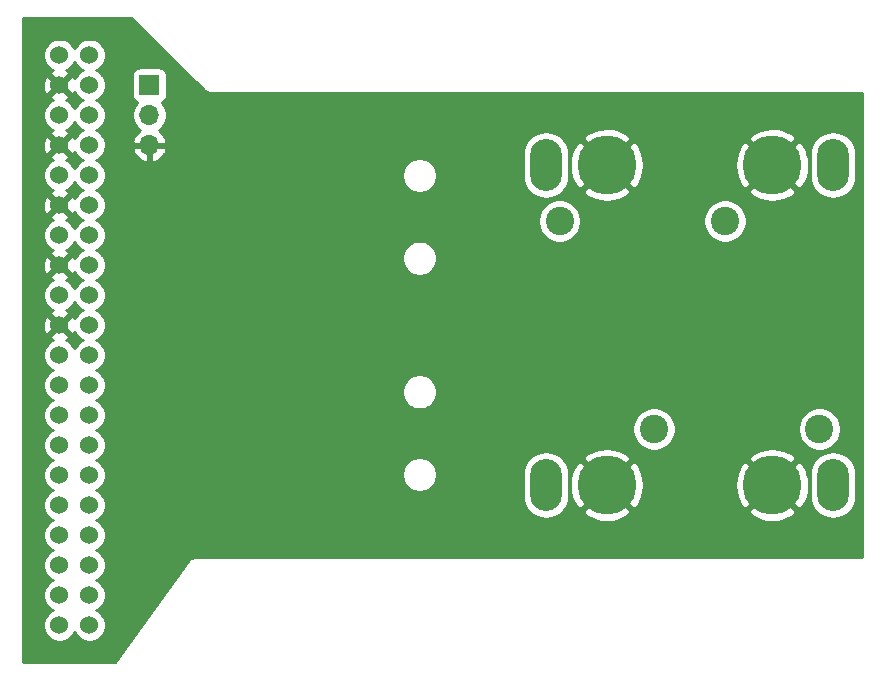
<source format=gbr>
%TF.GenerationSoftware,KiCad,Pcbnew,(5.1.10-1-10_14)*%
%TF.CreationDate,2021-10-26T14:16:26-07:00*%
%TF.ProjectId,adc,6164632e-6b69-4636-9164-5f7063625858,rev?*%
%TF.SameCoordinates,Original*%
%TF.FileFunction,Copper,L4,Bot*%
%TF.FilePolarity,Positive*%
%FSLAX46Y46*%
G04 Gerber Fmt 4.6, Leading zero omitted, Abs format (unit mm)*
G04 Created by KiCad (PCBNEW (5.1.10-1-10_14)) date 2021-10-26 14:16:26*
%MOMM*%
%LPD*%
G01*
G04 APERTURE LIST*
%TA.AperFunction,ComponentPad*%
%ADD10C,1.524000*%
%TD*%
%TA.AperFunction,ComponentPad*%
%ADD11O,1.700000X1.700000*%
%TD*%
%TA.AperFunction,ComponentPad*%
%ADD12R,1.700000X1.700000*%
%TD*%
%TA.AperFunction,WasherPad*%
%ADD13O,2.700000X4.400000*%
%TD*%
%TA.AperFunction,ComponentPad*%
%ADD14C,5.000000*%
%TD*%
%TA.AperFunction,ComponentPad*%
%ADD15C,2.400000*%
%TD*%
%TA.AperFunction,ViaPad*%
%ADD16C,0.600000*%
%TD*%
%TA.AperFunction,Conductor*%
%ADD17C,0.254000*%
%TD*%
%TA.AperFunction,Conductor*%
%ADD18C,0.100000*%
%TD*%
G04 APERTURE END LIST*
D10*
%TO.P,J5,1*%
%TO.N,Net-(J5-Pad1)*%
X140970000Y-27940000D03*
%TO.P,J5,2*%
%TO.N,Net-(J5-Pad2)*%
X143510000Y-27940000D03*
%TO.P,J5,3*%
%TO.N,GND*%
X140970000Y-30480000D03*
%TO.P,J5,4*%
%TO.N,Net-(J5-Pad4)*%
X143510000Y-30480000D03*
%TO.P,J5,5*%
%TO.N,+5V*%
X140970000Y-33020000D03*
%TO.P,J5,6*%
%TO.N,Net-(J5-Pad6)*%
X143510000Y-33020000D03*
%TO.P,J5,7*%
%TO.N,GND*%
X140970000Y-35560000D03*
%TO.P,J5,8*%
%TO.N,Net-(J5-Pad8)*%
X143510000Y-35560000D03*
%TO.P,J5,9*%
%TO.N,+3V3*%
X140970000Y-38100000D03*
%TO.P,J5,10*%
%TO.N,Net-(J5-Pad10)*%
X143510000Y-38100000D03*
%TO.P,J5,11*%
%TO.N,GND*%
X140970000Y-40640000D03*
%TO.P,J5,12*%
%TO.N,Net-(J5-Pad12)*%
X143510000Y-40640000D03*
%TO.P,J5,13*%
%TO.N,Net-(J5-Pad13)*%
X140970000Y-43180000D03*
%TO.P,J5,14*%
%TO.N,/PA5_H4*%
X143510000Y-43180000D03*
%TO.P,J5,15*%
%TO.N,GND*%
X140970000Y-45720000D03*
%TO.P,J5,16*%
%TO.N,/PA6_J1*%
X143510000Y-45720000D03*
%TO.P,J5,17*%
%TO.N,Net-(J5-Pad17)*%
X140970000Y-48260000D03*
%TO.P,J5,18*%
%TO.N,/PA7_J2*%
X143510000Y-48260000D03*
%TO.P,J5,19*%
%TO.N,GND*%
X140970000Y-50800000D03*
%TO.P,J5,20*%
%TO.N,/PB6_G12*%
X143510000Y-50800000D03*
%TO.P,J5,21*%
%TO.N,Net-(J5-Pad21)*%
X140970000Y-53340000D03*
%TO.P,J5,22*%
%TO.N,/PC7_H13*%
X143510000Y-53340000D03*
%TO.P,J5,23*%
%TO.N,/PA0*%
X140970000Y-55880000D03*
%TO.P,J5,24*%
%TO.N,/PA9_H10*%
X143510000Y-55880000D03*
%TO.P,J5,25*%
%TO.N,Net-(J5-Pad25)*%
X140970000Y-58420000D03*
%TO.P,J5,26*%
%TO.N,/PA8_J10*%
X143510000Y-58420000D03*
%TO.P,J5,27*%
%TO.N,Net-(J5-Pad27)*%
X140970000Y-60960000D03*
%TO.P,J5,28*%
%TO.N,Net-(J5-Pad28)*%
X143510000Y-60960000D03*
%TO.P,J5,29*%
%TO.N,Net-(J5-Pad29)*%
X140970000Y-63500000D03*
%TO.P,J5,30*%
%TO.N,Net-(J5-Pad30)*%
X143510000Y-63500000D03*
%TO.P,J5,31*%
%TO.N,Net-(J5-Pad31)*%
X140970000Y-66040000D03*
%TO.P,J5,32*%
%TO.N,Net-(J5-Pad32)*%
X143510000Y-66040000D03*
%TO.P,J5,33*%
%TO.N,Net-(J5-Pad33)*%
X140970000Y-68580000D03*
%TO.P,J5,34*%
%TO.N,Net-(J5-Pad34)*%
X143510000Y-68580000D03*
%TO.P,J5,35*%
%TO.N,Net-(J5-Pad35)*%
X140970000Y-71120000D03*
%TO.P,J5,36*%
%TO.N,Net-(J5-Pad36)*%
X143510000Y-71120000D03*
%TO.P,J5,37*%
%TO.N,Net-(J5-Pad37)*%
X140970000Y-73660000D03*
%TO.P,J5,38*%
%TO.N,Net-(J5-Pad38)*%
X143510000Y-73660000D03*
%TO.P,J5,39*%
%TO.N,Net-(J5-Pad39)*%
X140970000Y-76200000D03*
%TO.P,J5,40*%
%TO.N,Net-(J5-Pad40)*%
X143510000Y-76200000D03*
%TD*%
D11*
%TO.P,J8,3*%
%TO.N,GND*%
X148590000Y-35560000D03*
%TO.P,J8,2*%
%TO.N,+5V*%
X148590000Y-33020000D03*
D12*
%TO.P,J8,1*%
%TO.N,/PA0*%
X148590000Y-30480000D03*
%TD*%
D13*
%TO.P,J2,*%
%TO.N,*%
X182160000Y-37250000D03*
X206460000Y-37250000D03*
D14*
%TO.P,J2,3*%
%TO.N,GND*%
X187310000Y-37250000D03*
%TO.P,J2,1*%
X201310000Y-37250000D03*
D15*
%TO.P,J2,4*%
%TO.N,Net-(C2-Pad1)*%
X183310000Y-42000000D03*
%TO.P,J2,2*%
%TO.N,Net-(C1-Pad1)*%
X197310000Y-42000000D03*
%TD*%
D13*
%TO.P,J1,*%
%TO.N,*%
X206460000Y-64350000D03*
X182160000Y-64350000D03*
D14*
%TO.P,J1,3*%
%TO.N,GND*%
X201310000Y-64350000D03*
%TO.P,J1,1*%
X187310000Y-64350000D03*
D15*
%TO.P,J1,4*%
%TO.N,Net-(C2-Pad1)*%
X205310000Y-59600000D03*
%TO.P,J1,2*%
%TO.N,Net-(C1-Pad1)*%
X191310000Y-59600000D03*
%TD*%
D16*
%TO.N,GND*%
X149860000Y-54610000D03*
X149860000Y-55880000D03*
X149860000Y-57150000D03*
X149860000Y-58420000D03*
X149860000Y-59690000D03*
X149860000Y-60960000D03*
X151130000Y-62230000D03*
X152400000Y-63500000D03*
X146050000Y-44450000D03*
X148590000Y-44450000D03*
X151130000Y-44450000D03*
X152400000Y-45720000D03*
X146050000Y-46990000D03*
X148590000Y-46990000D03*
X160020000Y-41910000D03*
X157480000Y-43180000D03*
%TD*%
D17*
%TO.N,GND*%
X153184803Y-30919769D02*
X153205280Y-30944720D01*
X153304871Y-31026453D01*
X153418495Y-31087187D01*
X153541784Y-31124586D01*
X153637875Y-31134050D01*
X153637884Y-31134050D01*
X153669999Y-31137213D01*
X153702114Y-31134050D01*
X208895950Y-31134050D01*
X208895951Y-70465950D01*
X152442354Y-70465950D01*
X152420501Y-70463107D01*
X152378114Y-70465950D01*
X152367875Y-70465950D01*
X152346015Y-70468103D01*
X152291954Y-70471729D01*
X152282027Y-70474405D01*
X152271784Y-70475414D01*
X152219872Y-70491161D01*
X152167559Y-70505264D01*
X152158346Y-70509825D01*
X152148495Y-70512813D01*
X152100678Y-70538372D01*
X152052095Y-70562422D01*
X152043940Y-70568700D01*
X152034871Y-70573547D01*
X151992982Y-70607925D01*
X151950002Y-70641009D01*
X151943228Y-70648757D01*
X151935280Y-70655280D01*
X151900898Y-70697175D01*
X151886449Y-70713701D01*
X151880503Y-70722025D01*
X151853547Y-70754871D01*
X151843155Y-70774312D01*
X145713415Y-79355950D01*
X137845000Y-79355950D01*
X137845000Y-50872017D01*
X139568090Y-50872017D01*
X139609078Y-51144133D01*
X139702364Y-51403023D01*
X139764344Y-51518980D01*
X140004435Y-51585960D01*
X140790395Y-50800000D01*
X140004435Y-50014040D01*
X139764344Y-50081020D01*
X139647244Y-50330048D01*
X139580977Y-50597135D01*
X139568090Y-50872017D01*
X137845000Y-50872017D01*
X137845000Y-45792017D01*
X139568090Y-45792017D01*
X139609078Y-46064133D01*
X139702364Y-46323023D01*
X139764344Y-46438980D01*
X140004435Y-46505960D01*
X140790395Y-45720000D01*
X140004435Y-44934040D01*
X139764344Y-45001020D01*
X139647244Y-45250048D01*
X139580977Y-45517135D01*
X139568090Y-45792017D01*
X137845000Y-45792017D01*
X137845000Y-40712017D01*
X139568090Y-40712017D01*
X139609078Y-40984133D01*
X139702364Y-41243023D01*
X139764344Y-41358980D01*
X140004435Y-41425960D01*
X140790395Y-40640000D01*
X140004435Y-39854040D01*
X139764344Y-39921020D01*
X139647244Y-40170048D01*
X139580977Y-40437135D01*
X139568090Y-40712017D01*
X137845000Y-40712017D01*
X137845000Y-35632017D01*
X139568090Y-35632017D01*
X139609078Y-35904133D01*
X139702364Y-36163023D01*
X139764344Y-36278980D01*
X140004435Y-36345960D01*
X140790395Y-35560000D01*
X140004435Y-34774040D01*
X139764344Y-34841020D01*
X139647244Y-35090048D01*
X139580977Y-35357135D01*
X139568090Y-35632017D01*
X137845000Y-35632017D01*
X137845000Y-30552017D01*
X139568090Y-30552017D01*
X139609078Y-30824133D01*
X139702364Y-31083023D01*
X139764344Y-31198980D01*
X140004435Y-31265960D01*
X140790395Y-30480000D01*
X140004435Y-29694040D01*
X139764344Y-29761020D01*
X139647244Y-30010048D01*
X139580977Y-30277135D01*
X139568090Y-30552017D01*
X137845000Y-30552017D01*
X137845000Y-27802408D01*
X139573000Y-27802408D01*
X139573000Y-28077592D01*
X139626686Y-28347490D01*
X139731995Y-28601727D01*
X139884880Y-28830535D01*
X140079465Y-29025120D01*
X140308273Y-29178005D01*
X140379943Y-29207692D01*
X140366977Y-29212364D01*
X140251020Y-29274344D01*
X140184040Y-29514435D01*
X140970000Y-30300395D01*
X141755960Y-29514435D01*
X141688980Y-29274344D01*
X141553240Y-29210515D01*
X141631727Y-29178005D01*
X141860535Y-29025120D01*
X142055120Y-28830535D01*
X142208005Y-28601727D01*
X142240000Y-28524485D01*
X142271995Y-28601727D01*
X142424880Y-28830535D01*
X142619465Y-29025120D01*
X142848273Y-29178005D01*
X142925515Y-29210000D01*
X142848273Y-29241995D01*
X142619465Y-29394880D01*
X142424880Y-29589465D01*
X142271995Y-29818273D01*
X142242308Y-29889943D01*
X142237636Y-29876977D01*
X142175656Y-29761020D01*
X141935565Y-29694040D01*
X141149605Y-30480000D01*
X141935565Y-31265960D01*
X142175656Y-31198980D01*
X142239485Y-31063240D01*
X142271995Y-31141727D01*
X142424880Y-31370535D01*
X142619465Y-31565120D01*
X142848273Y-31718005D01*
X142925515Y-31750000D01*
X142848273Y-31781995D01*
X142619465Y-31934880D01*
X142424880Y-32129465D01*
X142271995Y-32358273D01*
X142240000Y-32435515D01*
X142208005Y-32358273D01*
X142055120Y-32129465D01*
X141860535Y-31934880D01*
X141631727Y-31781995D01*
X141560057Y-31752308D01*
X141573023Y-31747636D01*
X141688980Y-31685656D01*
X141755960Y-31445565D01*
X140970000Y-30659605D01*
X140184040Y-31445565D01*
X140251020Y-31685656D01*
X140386760Y-31749485D01*
X140308273Y-31781995D01*
X140079465Y-31934880D01*
X139884880Y-32129465D01*
X139731995Y-32358273D01*
X139626686Y-32612510D01*
X139573000Y-32882408D01*
X139573000Y-33157592D01*
X139626686Y-33427490D01*
X139731995Y-33681727D01*
X139884880Y-33910535D01*
X140079465Y-34105120D01*
X140308273Y-34258005D01*
X140379943Y-34287692D01*
X140366977Y-34292364D01*
X140251020Y-34354344D01*
X140184040Y-34594435D01*
X140970000Y-35380395D01*
X141755960Y-34594435D01*
X141688980Y-34354344D01*
X141553240Y-34290515D01*
X141631727Y-34258005D01*
X141860535Y-34105120D01*
X142055120Y-33910535D01*
X142208005Y-33681727D01*
X142240000Y-33604485D01*
X142271995Y-33681727D01*
X142424880Y-33910535D01*
X142619465Y-34105120D01*
X142848273Y-34258005D01*
X142925515Y-34290000D01*
X142848273Y-34321995D01*
X142619465Y-34474880D01*
X142424880Y-34669465D01*
X142271995Y-34898273D01*
X142242308Y-34969943D01*
X142237636Y-34956977D01*
X142175656Y-34841020D01*
X141935565Y-34774040D01*
X141149605Y-35560000D01*
X141935565Y-36345960D01*
X142175656Y-36278980D01*
X142239485Y-36143240D01*
X142271995Y-36221727D01*
X142424880Y-36450535D01*
X142619465Y-36645120D01*
X142848273Y-36798005D01*
X142925515Y-36830000D01*
X142848273Y-36861995D01*
X142619465Y-37014880D01*
X142424880Y-37209465D01*
X142271995Y-37438273D01*
X142240000Y-37515515D01*
X142208005Y-37438273D01*
X142055120Y-37209465D01*
X141860535Y-37014880D01*
X141631727Y-36861995D01*
X141560057Y-36832308D01*
X141573023Y-36827636D01*
X141688980Y-36765656D01*
X141755960Y-36525565D01*
X140970000Y-35739605D01*
X140184040Y-36525565D01*
X140251020Y-36765656D01*
X140386760Y-36829485D01*
X140308273Y-36861995D01*
X140079465Y-37014880D01*
X139884880Y-37209465D01*
X139731995Y-37438273D01*
X139626686Y-37692510D01*
X139573000Y-37962408D01*
X139573000Y-38237592D01*
X139626686Y-38507490D01*
X139731995Y-38761727D01*
X139884880Y-38990535D01*
X140079465Y-39185120D01*
X140308273Y-39338005D01*
X140379943Y-39367692D01*
X140366977Y-39372364D01*
X140251020Y-39434344D01*
X140184040Y-39674435D01*
X140970000Y-40460395D01*
X141755960Y-39674435D01*
X141688980Y-39434344D01*
X141553240Y-39370515D01*
X141631727Y-39338005D01*
X141860535Y-39185120D01*
X142055120Y-38990535D01*
X142208005Y-38761727D01*
X142240000Y-38684485D01*
X142271995Y-38761727D01*
X142424880Y-38990535D01*
X142619465Y-39185120D01*
X142848273Y-39338005D01*
X142925515Y-39370000D01*
X142848273Y-39401995D01*
X142619465Y-39554880D01*
X142424880Y-39749465D01*
X142271995Y-39978273D01*
X142242308Y-40049943D01*
X142237636Y-40036977D01*
X142175656Y-39921020D01*
X141935565Y-39854040D01*
X141149605Y-40640000D01*
X141935565Y-41425960D01*
X142175656Y-41358980D01*
X142239485Y-41223240D01*
X142271995Y-41301727D01*
X142424880Y-41530535D01*
X142619465Y-41725120D01*
X142848273Y-41878005D01*
X142925515Y-41910000D01*
X142848273Y-41941995D01*
X142619465Y-42094880D01*
X142424880Y-42289465D01*
X142271995Y-42518273D01*
X142240000Y-42595515D01*
X142208005Y-42518273D01*
X142055120Y-42289465D01*
X141860535Y-42094880D01*
X141631727Y-41941995D01*
X141560057Y-41912308D01*
X141573023Y-41907636D01*
X141688980Y-41845656D01*
X141755960Y-41605565D01*
X140970000Y-40819605D01*
X140184040Y-41605565D01*
X140251020Y-41845656D01*
X140386760Y-41909485D01*
X140308273Y-41941995D01*
X140079465Y-42094880D01*
X139884880Y-42289465D01*
X139731995Y-42518273D01*
X139626686Y-42772510D01*
X139573000Y-43042408D01*
X139573000Y-43317592D01*
X139626686Y-43587490D01*
X139731995Y-43841727D01*
X139884880Y-44070535D01*
X140079465Y-44265120D01*
X140308273Y-44418005D01*
X140379943Y-44447692D01*
X140366977Y-44452364D01*
X140251020Y-44514344D01*
X140184040Y-44754435D01*
X140970000Y-45540395D01*
X141755960Y-44754435D01*
X141688980Y-44514344D01*
X141553240Y-44450515D01*
X141631727Y-44418005D01*
X141860535Y-44265120D01*
X142055120Y-44070535D01*
X142208005Y-43841727D01*
X142240000Y-43764485D01*
X142271995Y-43841727D01*
X142424880Y-44070535D01*
X142619465Y-44265120D01*
X142848273Y-44418005D01*
X142925515Y-44450000D01*
X142848273Y-44481995D01*
X142619465Y-44634880D01*
X142424880Y-44829465D01*
X142271995Y-45058273D01*
X142242308Y-45129943D01*
X142237636Y-45116977D01*
X142175656Y-45001020D01*
X141935565Y-44934040D01*
X141149605Y-45720000D01*
X141935565Y-46505960D01*
X142175656Y-46438980D01*
X142239485Y-46303240D01*
X142271995Y-46381727D01*
X142424880Y-46610535D01*
X142619465Y-46805120D01*
X142848273Y-46958005D01*
X142925515Y-46990000D01*
X142848273Y-47021995D01*
X142619465Y-47174880D01*
X142424880Y-47369465D01*
X142271995Y-47598273D01*
X142240000Y-47675515D01*
X142208005Y-47598273D01*
X142055120Y-47369465D01*
X141860535Y-47174880D01*
X141631727Y-47021995D01*
X141560057Y-46992308D01*
X141573023Y-46987636D01*
X141688980Y-46925656D01*
X141755960Y-46685565D01*
X140970000Y-45899605D01*
X140184040Y-46685565D01*
X140251020Y-46925656D01*
X140386760Y-46989485D01*
X140308273Y-47021995D01*
X140079465Y-47174880D01*
X139884880Y-47369465D01*
X139731995Y-47598273D01*
X139626686Y-47852510D01*
X139573000Y-48122408D01*
X139573000Y-48397592D01*
X139626686Y-48667490D01*
X139731995Y-48921727D01*
X139884880Y-49150535D01*
X140079465Y-49345120D01*
X140308273Y-49498005D01*
X140379943Y-49527692D01*
X140366977Y-49532364D01*
X140251020Y-49594344D01*
X140184040Y-49834435D01*
X140970000Y-50620395D01*
X141755960Y-49834435D01*
X141688980Y-49594344D01*
X141553240Y-49530515D01*
X141631727Y-49498005D01*
X141860535Y-49345120D01*
X142055120Y-49150535D01*
X142208005Y-48921727D01*
X142240000Y-48844485D01*
X142271995Y-48921727D01*
X142424880Y-49150535D01*
X142619465Y-49345120D01*
X142848273Y-49498005D01*
X142925515Y-49530000D01*
X142848273Y-49561995D01*
X142619465Y-49714880D01*
X142424880Y-49909465D01*
X142271995Y-50138273D01*
X142242308Y-50209943D01*
X142237636Y-50196977D01*
X142175656Y-50081020D01*
X141935565Y-50014040D01*
X141149605Y-50800000D01*
X141935565Y-51585960D01*
X142175656Y-51518980D01*
X142239485Y-51383240D01*
X142271995Y-51461727D01*
X142424880Y-51690535D01*
X142619465Y-51885120D01*
X142848273Y-52038005D01*
X142925515Y-52070000D01*
X142848273Y-52101995D01*
X142619465Y-52254880D01*
X142424880Y-52449465D01*
X142271995Y-52678273D01*
X142240000Y-52755515D01*
X142208005Y-52678273D01*
X142055120Y-52449465D01*
X141860535Y-52254880D01*
X141631727Y-52101995D01*
X141560057Y-52072308D01*
X141573023Y-52067636D01*
X141688980Y-52005656D01*
X141755960Y-51765565D01*
X140970000Y-50979605D01*
X140184040Y-51765565D01*
X140251020Y-52005656D01*
X140386760Y-52069485D01*
X140308273Y-52101995D01*
X140079465Y-52254880D01*
X139884880Y-52449465D01*
X139731995Y-52678273D01*
X139626686Y-52932510D01*
X139573000Y-53202408D01*
X139573000Y-53477592D01*
X139626686Y-53747490D01*
X139731995Y-54001727D01*
X139884880Y-54230535D01*
X140079465Y-54425120D01*
X140308273Y-54578005D01*
X140385515Y-54610000D01*
X140308273Y-54641995D01*
X140079465Y-54794880D01*
X139884880Y-54989465D01*
X139731995Y-55218273D01*
X139626686Y-55472510D01*
X139573000Y-55742408D01*
X139573000Y-56017592D01*
X139626686Y-56287490D01*
X139731995Y-56541727D01*
X139884880Y-56770535D01*
X140079465Y-56965120D01*
X140308273Y-57118005D01*
X140385515Y-57150000D01*
X140308273Y-57181995D01*
X140079465Y-57334880D01*
X139884880Y-57529465D01*
X139731995Y-57758273D01*
X139626686Y-58012510D01*
X139573000Y-58282408D01*
X139573000Y-58557592D01*
X139626686Y-58827490D01*
X139731995Y-59081727D01*
X139884880Y-59310535D01*
X140079465Y-59505120D01*
X140308273Y-59658005D01*
X140385515Y-59690000D01*
X140308273Y-59721995D01*
X140079465Y-59874880D01*
X139884880Y-60069465D01*
X139731995Y-60298273D01*
X139626686Y-60552510D01*
X139573000Y-60822408D01*
X139573000Y-61097592D01*
X139626686Y-61367490D01*
X139731995Y-61621727D01*
X139884880Y-61850535D01*
X140079465Y-62045120D01*
X140308273Y-62198005D01*
X140385515Y-62230000D01*
X140308273Y-62261995D01*
X140079465Y-62414880D01*
X139884880Y-62609465D01*
X139731995Y-62838273D01*
X139626686Y-63092510D01*
X139573000Y-63362408D01*
X139573000Y-63637592D01*
X139626686Y-63907490D01*
X139731995Y-64161727D01*
X139884880Y-64390535D01*
X140079465Y-64585120D01*
X140308273Y-64738005D01*
X140385515Y-64770000D01*
X140308273Y-64801995D01*
X140079465Y-64954880D01*
X139884880Y-65149465D01*
X139731995Y-65378273D01*
X139626686Y-65632510D01*
X139573000Y-65902408D01*
X139573000Y-66177592D01*
X139626686Y-66447490D01*
X139731995Y-66701727D01*
X139884880Y-66930535D01*
X140079465Y-67125120D01*
X140308273Y-67278005D01*
X140385515Y-67310000D01*
X140308273Y-67341995D01*
X140079465Y-67494880D01*
X139884880Y-67689465D01*
X139731995Y-67918273D01*
X139626686Y-68172510D01*
X139573000Y-68442408D01*
X139573000Y-68717592D01*
X139626686Y-68987490D01*
X139731995Y-69241727D01*
X139884880Y-69470535D01*
X140079465Y-69665120D01*
X140308273Y-69818005D01*
X140385515Y-69850000D01*
X140308273Y-69881995D01*
X140079465Y-70034880D01*
X139884880Y-70229465D01*
X139731995Y-70458273D01*
X139626686Y-70712510D01*
X139573000Y-70982408D01*
X139573000Y-71257592D01*
X139626686Y-71527490D01*
X139731995Y-71781727D01*
X139884880Y-72010535D01*
X140079465Y-72205120D01*
X140308273Y-72358005D01*
X140385515Y-72390000D01*
X140308273Y-72421995D01*
X140079465Y-72574880D01*
X139884880Y-72769465D01*
X139731995Y-72998273D01*
X139626686Y-73252510D01*
X139573000Y-73522408D01*
X139573000Y-73797592D01*
X139626686Y-74067490D01*
X139731995Y-74321727D01*
X139884880Y-74550535D01*
X140079465Y-74745120D01*
X140308273Y-74898005D01*
X140385515Y-74930000D01*
X140308273Y-74961995D01*
X140079465Y-75114880D01*
X139884880Y-75309465D01*
X139731995Y-75538273D01*
X139626686Y-75792510D01*
X139573000Y-76062408D01*
X139573000Y-76337592D01*
X139626686Y-76607490D01*
X139731995Y-76861727D01*
X139884880Y-77090535D01*
X140079465Y-77285120D01*
X140308273Y-77438005D01*
X140562510Y-77543314D01*
X140832408Y-77597000D01*
X141107592Y-77597000D01*
X141377490Y-77543314D01*
X141631727Y-77438005D01*
X141860535Y-77285120D01*
X142055120Y-77090535D01*
X142208005Y-76861727D01*
X142240000Y-76784485D01*
X142271995Y-76861727D01*
X142424880Y-77090535D01*
X142619465Y-77285120D01*
X142848273Y-77438005D01*
X143102510Y-77543314D01*
X143372408Y-77597000D01*
X143647592Y-77597000D01*
X143917490Y-77543314D01*
X144171727Y-77438005D01*
X144400535Y-77285120D01*
X144595120Y-77090535D01*
X144748005Y-76861727D01*
X144853314Y-76607490D01*
X144907000Y-76337592D01*
X144907000Y-76062408D01*
X144853314Y-75792510D01*
X144748005Y-75538273D01*
X144595120Y-75309465D01*
X144400535Y-75114880D01*
X144171727Y-74961995D01*
X144094485Y-74930000D01*
X144171727Y-74898005D01*
X144400535Y-74745120D01*
X144595120Y-74550535D01*
X144748005Y-74321727D01*
X144853314Y-74067490D01*
X144907000Y-73797592D01*
X144907000Y-73522408D01*
X144853314Y-73252510D01*
X144748005Y-72998273D01*
X144595120Y-72769465D01*
X144400535Y-72574880D01*
X144171727Y-72421995D01*
X144094485Y-72390000D01*
X144171727Y-72358005D01*
X144400535Y-72205120D01*
X144595120Y-72010535D01*
X144748005Y-71781727D01*
X144853314Y-71527490D01*
X144907000Y-71257592D01*
X144907000Y-70982408D01*
X144853314Y-70712510D01*
X144748005Y-70458273D01*
X144595120Y-70229465D01*
X144400535Y-70034880D01*
X144171727Y-69881995D01*
X144094485Y-69850000D01*
X144171727Y-69818005D01*
X144400535Y-69665120D01*
X144595120Y-69470535D01*
X144748005Y-69241727D01*
X144853314Y-68987490D01*
X144907000Y-68717592D01*
X144907000Y-68442408D01*
X144853314Y-68172510D01*
X144748005Y-67918273D01*
X144595120Y-67689465D01*
X144400535Y-67494880D01*
X144171727Y-67341995D01*
X144094485Y-67310000D01*
X144171727Y-67278005D01*
X144400535Y-67125120D01*
X144595120Y-66930535D01*
X144748005Y-66701727D01*
X144853314Y-66447490D01*
X144907000Y-66177592D01*
X144907000Y-65902408D01*
X144853314Y-65632510D01*
X144748005Y-65378273D01*
X144595120Y-65149465D01*
X144400535Y-64954880D01*
X144171727Y-64801995D01*
X144094485Y-64770000D01*
X144171727Y-64738005D01*
X144400535Y-64585120D01*
X144595120Y-64390535D01*
X144748005Y-64161727D01*
X144853314Y-63907490D01*
X144907000Y-63637592D01*
X144907000Y-63362408D01*
X144897320Y-63313740D01*
X169965000Y-63313740D01*
X169965000Y-63606260D01*
X170022068Y-63893158D01*
X170134010Y-64163411D01*
X170296525Y-64406632D01*
X170503368Y-64613475D01*
X170746589Y-64775990D01*
X171016842Y-64887932D01*
X171303740Y-64945000D01*
X171596260Y-64945000D01*
X171883158Y-64887932D01*
X172153411Y-64775990D01*
X172396632Y-64613475D01*
X172603475Y-64406632D01*
X172765990Y-64163411D01*
X172877932Y-63893158D01*
X172935000Y-63606260D01*
X172935000Y-63402490D01*
X180175000Y-63402490D01*
X180175000Y-65297509D01*
X180203722Y-65589127D01*
X180317226Y-65963301D01*
X180501547Y-66308143D01*
X180749602Y-66610398D01*
X181051857Y-66858453D01*
X181396698Y-67042774D01*
X181770872Y-67156278D01*
X182160000Y-67194604D01*
X182549127Y-67156278D01*
X182923301Y-67042774D01*
X183268143Y-66858453D01*
X183570398Y-66610398D01*
X183617381Y-66553148D01*
X185286457Y-66553148D01*
X185562627Y-66971118D01*
X186107557Y-67261649D01*
X186698696Y-67440287D01*
X187313328Y-67500168D01*
X187927831Y-67438990D01*
X188518592Y-67259103D01*
X189057373Y-66971118D01*
X189333543Y-66553148D01*
X199286457Y-66553148D01*
X199562627Y-66971118D01*
X200107557Y-67261649D01*
X200698696Y-67440287D01*
X201313328Y-67500168D01*
X201927831Y-67438990D01*
X202518592Y-67259103D01*
X203057373Y-66971118D01*
X203333543Y-66553148D01*
X201310000Y-64529605D01*
X199286457Y-66553148D01*
X189333543Y-66553148D01*
X187310000Y-64529605D01*
X185286457Y-66553148D01*
X183617381Y-66553148D01*
X183818453Y-66308143D01*
X184002774Y-65963302D01*
X184116278Y-65589128D01*
X184145000Y-65297510D01*
X184145000Y-64353328D01*
X184159832Y-64353328D01*
X184221010Y-64967831D01*
X184400897Y-65558592D01*
X184688882Y-66097373D01*
X185106852Y-66373543D01*
X187130395Y-64350000D01*
X187489605Y-64350000D01*
X189513148Y-66373543D01*
X189931118Y-66097373D01*
X190221649Y-65552443D01*
X190400287Y-64961304D01*
X190459519Y-64353328D01*
X198159832Y-64353328D01*
X198221010Y-64967831D01*
X198400897Y-65558592D01*
X198688882Y-66097373D01*
X199106852Y-66373543D01*
X201130395Y-64350000D01*
X201489605Y-64350000D01*
X203513148Y-66373543D01*
X203931118Y-66097373D01*
X204221649Y-65552443D01*
X204400287Y-64961304D01*
X204460168Y-64346672D01*
X204398990Y-63732169D01*
X204298603Y-63402490D01*
X204475000Y-63402490D01*
X204475000Y-65297509D01*
X204503722Y-65589127D01*
X204617226Y-65963301D01*
X204801547Y-66308143D01*
X205049602Y-66610398D01*
X205351857Y-66858453D01*
X205696698Y-67042774D01*
X206070872Y-67156278D01*
X206460000Y-67194604D01*
X206849127Y-67156278D01*
X207223301Y-67042774D01*
X207568143Y-66858453D01*
X207870398Y-66610398D01*
X208118453Y-66308143D01*
X208302774Y-65963302D01*
X208416278Y-65589128D01*
X208445000Y-65297510D01*
X208445000Y-63402491D01*
X208416278Y-63110873D01*
X208302774Y-62736698D01*
X208118453Y-62391857D01*
X207870398Y-62089602D01*
X207568143Y-61841547D01*
X207223302Y-61657226D01*
X206849128Y-61543722D01*
X206460000Y-61505396D01*
X206070873Y-61543722D01*
X205696699Y-61657226D01*
X205351858Y-61841547D01*
X205049603Y-62089602D01*
X204801548Y-62391857D01*
X204617227Y-62736698D01*
X204503723Y-63110872D01*
X204475000Y-63402490D01*
X204298603Y-63402490D01*
X204219103Y-63141408D01*
X203931118Y-62602627D01*
X203513148Y-62326457D01*
X201489605Y-64350000D01*
X201130395Y-64350000D01*
X199106852Y-62326457D01*
X198688882Y-62602627D01*
X198398351Y-63147557D01*
X198219713Y-63738696D01*
X198159832Y-64353328D01*
X190459519Y-64353328D01*
X190460168Y-64346672D01*
X190398990Y-63732169D01*
X190219103Y-63141408D01*
X189931118Y-62602627D01*
X189513148Y-62326457D01*
X187489605Y-64350000D01*
X187130395Y-64350000D01*
X185106852Y-62326457D01*
X184688882Y-62602627D01*
X184398351Y-63147557D01*
X184219713Y-63738696D01*
X184159832Y-64353328D01*
X184145000Y-64353328D01*
X184145000Y-63402491D01*
X184116278Y-63110873D01*
X184002774Y-62736698D01*
X183818453Y-62391857D01*
X183617382Y-62146852D01*
X185286457Y-62146852D01*
X187310000Y-64170395D01*
X189333543Y-62146852D01*
X199286457Y-62146852D01*
X201310000Y-64170395D01*
X203333543Y-62146852D01*
X203057373Y-61728882D01*
X202512443Y-61438351D01*
X201921304Y-61259713D01*
X201306672Y-61199832D01*
X200692169Y-61261010D01*
X200101408Y-61440897D01*
X199562627Y-61728882D01*
X199286457Y-62146852D01*
X189333543Y-62146852D01*
X189057373Y-61728882D01*
X188512443Y-61438351D01*
X187921304Y-61259713D01*
X187306672Y-61199832D01*
X186692169Y-61261010D01*
X186101408Y-61440897D01*
X185562627Y-61728882D01*
X185286457Y-62146852D01*
X183617382Y-62146852D01*
X183570398Y-62089602D01*
X183268143Y-61841547D01*
X182923302Y-61657226D01*
X182549128Y-61543722D01*
X182160000Y-61505396D01*
X181770873Y-61543722D01*
X181396699Y-61657226D01*
X181051858Y-61841547D01*
X180749603Y-62089602D01*
X180501548Y-62391857D01*
X180317227Y-62736698D01*
X180203723Y-63110872D01*
X180175000Y-63402490D01*
X172935000Y-63402490D01*
X172935000Y-63313740D01*
X172877932Y-63026842D01*
X172765990Y-62756589D01*
X172603475Y-62513368D01*
X172396632Y-62306525D01*
X172153411Y-62144010D01*
X171883158Y-62032068D01*
X171596260Y-61975000D01*
X171303740Y-61975000D01*
X171016842Y-62032068D01*
X170746589Y-62144010D01*
X170503368Y-62306525D01*
X170296525Y-62513368D01*
X170134010Y-62756589D01*
X170022068Y-63026842D01*
X169965000Y-63313740D01*
X144897320Y-63313740D01*
X144853314Y-63092510D01*
X144748005Y-62838273D01*
X144595120Y-62609465D01*
X144400535Y-62414880D01*
X144171727Y-62261995D01*
X144094485Y-62230000D01*
X144171727Y-62198005D01*
X144400535Y-62045120D01*
X144595120Y-61850535D01*
X144748005Y-61621727D01*
X144853314Y-61367490D01*
X144907000Y-61097592D01*
X144907000Y-60822408D01*
X144853314Y-60552510D01*
X144748005Y-60298273D01*
X144595120Y-60069465D01*
X144400535Y-59874880D01*
X144171727Y-59721995D01*
X144094485Y-59690000D01*
X144171727Y-59658005D01*
X144400535Y-59505120D01*
X144486387Y-59419268D01*
X189475000Y-59419268D01*
X189475000Y-59780732D01*
X189545518Y-60135250D01*
X189683844Y-60469199D01*
X189884662Y-60769744D01*
X190140256Y-61025338D01*
X190440801Y-61226156D01*
X190774750Y-61364482D01*
X191129268Y-61435000D01*
X191490732Y-61435000D01*
X191845250Y-61364482D01*
X192179199Y-61226156D01*
X192479744Y-61025338D01*
X192735338Y-60769744D01*
X192936156Y-60469199D01*
X193074482Y-60135250D01*
X193145000Y-59780732D01*
X193145000Y-59419268D01*
X203475000Y-59419268D01*
X203475000Y-59780732D01*
X203545518Y-60135250D01*
X203683844Y-60469199D01*
X203884662Y-60769744D01*
X204140256Y-61025338D01*
X204440801Y-61226156D01*
X204774750Y-61364482D01*
X205129268Y-61435000D01*
X205490732Y-61435000D01*
X205845250Y-61364482D01*
X206179199Y-61226156D01*
X206479744Y-61025338D01*
X206735338Y-60769744D01*
X206936156Y-60469199D01*
X207074482Y-60135250D01*
X207145000Y-59780732D01*
X207145000Y-59419268D01*
X207074482Y-59064750D01*
X206936156Y-58730801D01*
X206735338Y-58430256D01*
X206479744Y-58174662D01*
X206179199Y-57973844D01*
X205845250Y-57835518D01*
X205490732Y-57765000D01*
X205129268Y-57765000D01*
X204774750Y-57835518D01*
X204440801Y-57973844D01*
X204140256Y-58174662D01*
X203884662Y-58430256D01*
X203683844Y-58730801D01*
X203545518Y-59064750D01*
X203475000Y-59419268D01*
X193145000Y-59419268D01*
X193074482Y-59064750D01*
X192936156Y-58730801D01*
X192735338Y-58430256D01*
X192479744Y-58174662D01*
X192179199Y-57973844D01*
X191845250Y-57835518D01*
X191490732Y-57765000D01*
X191129268Y-57765000D01*
X190774750Y-57835518D01*
X190440801Y-57973844D01*
X190140256Y-58174662D01*
X189884662Y-58430256D01*
X189683844Y-58730801D01*
X189545518Y-59064750D01*
X189475000Y-59419268D01*
X144486387Y-59419268D01*
X144595120Y-59310535D01*
X144748005Y-59081727D01*
X144853314Y-58827490D01*
X144907000Y-58557592D01*
X144907000Y-58282408D01*
X144853314Y-58012510D01*
X144748005Y-57758273D01*
X144595120Y-57529465D01*
X144400535Y-57334880D01*
X144171727Y-57181995D01*
X144094485Y-57150000D01*
X144171727Y-57118005D01*
X144400535Y-56965120D01*
X144595120Y-56770535D01*
X144748005Y-56541727D01*
X144842440Y-56313740D01*
X169965000Y-56313740D01*
X169965000Y-56606260D01*
X170022068Y-56893158D01*
X170134010Y-57163411D01*
X170296525Y-57406632D01*
X170503368Y-57613475D01*
X170746589Y-57775990D01*
X171016842Y-57887932D01*
X171303740Y-57945000D01*
X171596260Y-57945000D01*
X171883158Y-57887932D01*
X172153411Y-57775990D01*
X172396632Y-57613475D01*
X172603475Y-57406632D01*
X172765990Y-57163411D01*
X172877932Y-56893158D01*
X172935000Y-56606260D01*
X172935000Y-56313740D01*
X172877932Y-56026842D01*
X172765990Y-55756589D01*
X172603475Y-55513368D01*
X172396632Y-55306525D01*
X172153411Y-55144010D01*
X171883158Y-55032068D01*
X171596260Y-54975000D01*
X171303740Y-54975000D01*
X171016842Y-55032068D01*
X170746589Y-55144010D01*
X170503368Y-55306525D01*
X170296525Y-55513368D01*
X170134010Y-55756589D01*
X170022068Y-56026842D01*
X169965000Y-56313740D01*
X144842440Y-56313740D01*
X144853314Y-56287490D01*
X144907000Y-56017592D01*
X144907000Y-55742408D01*
X144853314Y-55472510D01*
X144748005Y-55218273D01*
X144595120Y-54989465D01*
X144400535Y-54794880D01*
X144171727Y-54641995D01*
X144094485Y-54610000D01*
X144171727Y-54578005D01*
X144400535Y-54425120D01*
X144595120Y-54230535D01*
X144748005Y-54001727D01*
X144853314Y-53747490D01*
X144907000Y-53477592D01*
X144907000Y-53202408D01*
X144853314Y-52932510D01*
X144748005Y-52678273D01*
X144595120Y-52449465D01*
X144400535Y-52254880D01*
X144171727Y-52101995D01*
X144094485Y-52070000D01*
X144171727Y-52038005D01*
X144400535Y-51885120D01*
X144595120Y-51690535D01*
X144748005Y-51461727D01*
X144853314Y-51207490D01*
X144907000Y-50937592D01*
X144907000Y-50662408D01*
X144853314Y-50392510D01*
X144748005Y-50138273D01*
X144595120Y-49909465D01*
X144400535Y-49714880D01*
X144171727Y-49561995D01*
X144094485Y-49530000D01*
X144171727Y-49498005D01*
X144400535Y-49345120D01*
X144595120Y-49150535D01*
X144748005Y-48921727D01*
X144853314Y-48667490D01*
X144907000Y-48397592D01*
X144907000Y-48122408D01*
X144853314Y-47852510D01*
X144748005Y-47598273D01*
X144595120Y-47369465D01*
X144400535Y-47174880D01*
X144171727Y-47021995D01*
X144094485Y-46990000D01*
X144171727Y-46958005D01*
X144400535Y-46805120D01*
X144595120Y-46610535D01*
X144748005Y-46381727D01*
X144853314Y-46127490D01*
X144907000Y-45857592D01*
X144907000Y-45582408D01*
X144853314Y-45312510D01*
X144748005Y-45058273D01*
X144704886Y-44993740D01*
X169965000Y-44993740D01*
X169965000Y-45286260D01*
X170022068Y-45573158D01*
X170134010Y-45843411D01*
X170296525Y-46086632D01*
X170503368Y-46293475D01*
X170746589Y-46455990D01*
X171016842Y-46567932D01*
X171303740Y-46625000D01*
X171596260Y-46625000D01*
X171883158Y-46567932D01*
X172153411Y-46455990D01*
X172396632Y-46293475D01*
X172603475Y-46086632D01*
X172765990Y-45843411D01*
X172877932Y-45573158D01*
X172935000Y-45286260D01*
X172935000Y-44993740D01*
X172877932Y-44706842D01*
X172765990Y-44436589D01*
X172603475Y-44193368D01*
X172396632Y-43986525D01*
X172153411Y-43824010D01*
X171883158Y-43712068D01*
X171596260Y-43655000D01*
X171303740Y-43655000D01*
X171016842Y-43712068D01*
X170746589Y-43824010D01*
X170503368Y-43986525D01*
X170296525Y-44193368D01*
X170134010Y-44436589D01*
X170022068Y-44706842D01*
X169965000Y-44993740D01*
X144704886Y-44993740D01*
X144595120Y-44829465D01*
X144400535Y-44634880D01*
X144171727Y-44481995D01*
X144094485Y-44450000D01*
X144171727Y-44418005D01*
X144400535Y-44265120D01*
X144595120Y-44070535D01*
X144748005Y-43841727D01*
X144853314Y-43587490D01*
X144907000Y-43317592D01*
X144907000Y-43042408D01*
X144853314Y-42772510D01*
X144748005Y-42518273D01*
X144595120Y-42289465D01*
X144400535Y-42094880D01*
X144171727Y-41941995D01*
X144094485Y-41910000D01*
X144171727Y-41878005D01*
X144259632Y-41819268D01*
X181475000Y-41819268D01*
X181475000Y-42180732D01*
X181545518Y-42535250D01*
X181683844Y-42869199D01*
X181884662Y-43169744D01*
X182140256Y-43425338D01*
X182440801Y-43626156D01*
X182774750Y-43764482D01*
X183129268Y-43835000D01*
X183490732Y-43835000D01*
X183845250Y-43764482D01*
X184179199Y-43626156D01*
X184479744Y-43425338D01*
X184735338Y-43169744D01*
X184936156Y-42869199D01*
X185074482Y-42535250D01*
X185145000Y-42180732D01*
X185145000Y-41819268D01*
X195475000Y-41819268D01*
X195475000Y-42180732D01*
X195545518Y-42535250D01*
X195683844Y-42869199D01*
X195884662Y-43169744D01*
X196140256Y-43425338D01*
X196440801Y-43626156D01*
X196774750Y-43764482D01*
X197129268Y-43835000D01*
X197490732Y-43835000D01*
X197845250Y-43764482D01*
X198179199Y-43626156D01*
X198479744Y-43425338D01*
X198735338Y-43169744D01*
X198936156Y-42869199D01*
X199074482Y-42535250D01*
X199145000Y-42180732D01*
X199145000Y-41819268D01*
X199074482Y-41464750D01*
X198936156Y-41130801D01*
X198735338Y-40830256D01*
X198479744Y-40574662D01*
X198179199Y-40373844D01*
X197845250Y-40235518D01*
X197490732Y-40165000D01*
X197129268Y-40165000D01*
X196774750Y-40235518D01*
X196440801Y-40373844D01*
X196140256Y-40574662D01*
X195884662Y-40830256D01*
X195683844Y-41130801D01*
X195545518Y-41464750D01*
X195475000Y-41819268D01*
X185145000Y-41819268D01*
X185074482Y-41464750D01*
X184936156Y-41130801D01*
X184735338Y-40830256D01*
X184479744Y-40574662D01*
X184179199Y-40373844D01*
X183845250Y-40235518D01*
X183490732Y-40165000D01*
X183129268Y-40165000D01*
X182774750Y-40235518D01*
X182440801Y-40373844D01*
X182140256Y-40574662D01*
X181884662Y-40830256D01*
X181683844Y-41130801D01*
X181545518Y-41464750D01*
X181475000Y-41819268D01*
X144259632Y-41819268D01*
X144400535Y-41725120D01*
X144595120Y-41530535D01*
X144748005Y-41301727D01*
X144853314Y-41047490D01*
X144907000Y-40777592D01*
X144907000Y-40502408D01*
X144853314Y-40232510D01*
X144748005Y-39978273D01*
X144595120Y-39749465D01*
X144400535Y-39554880D01*
X144171727Y-39401995D01*
X144094485Y-39370000D01*
X144171727Y-39338005D01*
X144400535Y-39185120D01*
X144595120Y-38990535D01*
X144748005Y-38761727D01*
X144853314Y-38507490D01*
X144907000Y-38237592D01*
X144907000Y-37993740D01*
X169965000Y-37993740D01*
X169965000Y-38286260D01*
X170022068Y-38573158D01*
X170134010Y-38843411D01*
X170296525Y-39086632D01*
X170503368Y-39293475D01*
X170746589Y-39455990D01*
X171016842Y-39567932D01*
X171303740Y-39625000D01*
X171596260Y-39625000D01*
X171883158Y-39567932D01*
X172153411Y-39455990D01*
X172396632Y-39293475D01*
X172603475Y-39086632D01*
X172765990Y-38843411D01*
X172877932Y-38573158D01*
X172935000Y-38286260D01*
X172935000Y-37993740D01*
X172877932Y-37706842D01*
X172765990Y-37436589D01*
X172603475Y-37193368D01*
X172396632Y-36986525D01*
X172153411Y-36824010D01*
X171883158Y-36712068D01*
X171596260Y-36655000D01*
X171303740Y-36655000D01*
X171016842Y-36712068D01*
X170746589Y-36824010D01*
X170503368Y-36986525D01*
X170296525Y-37193368D01*
X170134010Y-37436589D01*
X170022068Y-37706842D01*
X169965000Y-37993740D01*
X144907000Y-37993740D01*
X144907000Y-37962408D01*
X144853314Y-37692510D01*
X144748005Y-37438273D01*
X144595120Y-37209465D01*
X144400535Y-37014880D01*
X144171727Y-36861995D01*
X144094485Y-36830000D01*
X144171727Y-36798005D01*
X144400535Y-36645120D01*
X144595120Y-36450535D01*
X144748005Y-36221727D01*
X144853314Y-35967490D01*
X144863378Y-35916890D01*
X147148524Y-35916890D01*
X147193175Y-36064099D01*
X147318359Y-36326920D01*
X147492412Y-36560269D01*
X147708645Y-36755178D01*
X147958748Y-36904157D01*
X148233109Y-37001481D01*
X148463000Y-36880814D01*
X148463000Y-35687000D01*
X148717000Y-35687000D01*
X148717000Y-36880814D01*
X148946891Y-37001481D01*
X149221252Y-36904157D01*
X149471355Y-36755178D01*
X149687588Y-36560269D01*
X149861641Y-36326920D01*
X149873276Y-36302491D01*
X180175000Y-36302491D01*
X180175000Y-38197510D01*
X180203723Y-38489128D01*
X180317227Y-38863302D01*
X180501548Y-39208143D01*
X180749603Y-39510398D01*
X181051858Y-39758453D01*
X181396699Y-39942774D01*
X181770873Y-40056278D01*
X182160000Y-40094604D01*
X182549128Y-40056278D01*
X182923302Y-39942774D01*
X183268143Y-39758453D01*
X183570398Y-39510398D01*
X183617381Y-39453148D01*
X185286457Y-39453148D01*
X185562627Y-39871118D01*
X186107557Y-40161649D01*
X186698696Y-40340287D01*
X187313328Y-40400168D01*
X187927831Y-40338990D01*
X188518592Y-40159103D01*
X189057373Y-39871118D01*
X189333543Y-39453148D01*
X199286457Y-39453148D01*
X199562627Y-39871118D01*
X200107557Y-40161649D01*
X200698696Y-40340287D01*
X201313328Y-40400168D01*
X201927831Y-40338990D01*
X202518592Y-40159103D01*
X203057373Y-39871118D01*
X203333543Y-39453148D01*
X201310000Y-37429605D01*
X199286457Y-39453148D01*
X189333543Y-39453148D01*
X187310000Y-37429605D01*
X185286457Y-39453148D01*
X183617381Y-39453148D01*
X183818453Y-39208143D01*
X184002774Y-38863302D01*
X184116278Y-38489127D01*
X184145000Y-38197509D01*
X184145000Y-37253328D01*
X184159832Y-37253328D01*
X184221010Y-37867831D01*
X184400897Y-38458592D01*
X184688882Y-38997373D01*
X185106852Y-39273543D01*
X187130395Y-37250000D01*
X187489605Y-37250000D01*
X189513148Y-39273543D01*
X189931118Y-38997373D01*
X190221649Y-38452443D01*
X190400287Y-37861304D01*
X190459519Y-37253328D01*
X198159832Y-37253328D01*
X198221010Y-37867831D01*
X198400897Y-38458592D01*
X198688882Y-38997373D01*
X199106852Y-39273543D01*
X201130395Y-37250000D01*
X201489605Y-37250000D01*
X203513148Y-39273543D01*
X203931118Y-38997373D01*
X204221649Y-38452443D01*
X204400287Y-37861304D01*
X204460168Y-37246672D01*
X204398990Y-36632169D01*
X204298603Y-36302491D01*
X204475000Y-36302491D01*
X204475000Y-38197510D01*
X204503723Y-38489128D01*
X204617227Y-38863302D01*
X204801548Y-39208143D01*
X205049603Y-39510398D01*
X205351858Y-39758453D01*
X205696699Y-39942774D01*
X206070873Y-40056278D01*
X206460000Y-40094604D01*
X206849128Y-40056278D01*
X207223302Y-39942774D01*
X207568143Y-39758453D01*
X207870398Y-39510398D01*
X208118453Y-39208143D01*
X208302774Y-38863302D01*
X208416278Y-38489127D01*
X208445000Y-38197509D01*
X208445000Y-36302490D01*
X208416278Y-36010872D01*
X208302774Y-35636698D01*
X208118453Y-35291857D01*
X207870398Y-34989602D01*
X207568143Y-34741547D01*
X207223301Y-34557226D01*
X206849127Y-34443722D01*
X206460000Y-34405396D01*
X206070872Y-34443722D01*
X205696698Y-34557226D01*
X205351857Y-34741547D01*
X205049602Y-34989602D01*
X204801547Y-35291857D01*
X204617226Y-35636699D01*
X204503722Y-36010873D01*
X204475000Y-36302491D01*
X204298603Y-36302491D01*
X204219103Y-36041408D01*
X203931118Y-35502627D01*
X203513148Y-35226457D01*
X201489605Y-37250000D01*
X201130395Y-37250000D01*
X199106852Y-35226457D01*
X198688882Y-35502627D01*
X198398351Y-36047557D01*
X198219713Y-36638696D01*
X198159832Y-37253328D01*
X190459519Y-37253328D01*
X190460168Y-37246672D01*
X190398990Y-36632169D01*
X190219103Y-36041408D01*
X189931118Y-35502627D01*
X189513148Y-35226457D01*
X187489605Y-37250000D01*
X187130395Y-37250000D01*
X185106852Y-35226457D01*
X184688882Y-35502627D01*
X184398351Y-36047557D01*
X184219713Y-36638696D01*
X184159832Y-37253328D01*
X184145000Y-37253328D01*
X184145000Y-36302490D01*
X184116278Y-36010872D01*
X184002774Y-35636698D01*
X183818453Y-35291857D01*
X183617382Y-35046852D01*
X185286457Y-35046852D01*
X187310000Y-37070395D01*
X189333543Y-35046852D01*
X199286457Y-35046852D01*
X201310000Y-37070395D01*
X203333543Y-35046852D01*
X203057373Y-34628882D01*
X202512443Y-34338351D01*
X201921304Y-34159713D01*
X201306672Y-34099832D01*
X200692169Y-34161010D01*
X200101408Y-34340897D01*
X199562627Y-34628882D01*
X199286457Y-35046852D01*
X189333543Y-35046852D01*
X189057373Y-34628882D01*
X188512443Y-34338351D01*
X187921304Y-34159713D01*
X187306672Y-34099832D01*
X186692169Y-34161010D01*
X186101408Y-34340897D01*
X185562627Y-34628882D01*
X185286457Y-35046852D01*
X183617382Y-35046852D01*
X183570398Y-34989602D01*
X183268143Y-34741547D01*
X182923301Y-34557226D01*
X182549127Y-34443722D01*
X182160000Y-34405396D01*
X181770872Y-34443722D01*
X181396698Y-34557226D01*
X181051857Y-34741547D01*
X180749602Y-34989602D01*
X180501547Y-35291857D01*
X180317226Y-35636699D01*
X180203722Y-36010873D01*
X180175000Y-36302491D01*
X149873276Y-36302491D01*
X149986825Y-36064099D01*
X150031476Y-35916890D01*
X149910155Y-35687000D01*
X148717000Y-35687000D01*
X148463000Y-35687000D01*
X147269845Y-35687000D01*
X147148524Y-35916890D01*
X144863378Y-35916890D01*
X144907000Y-35697592D01*
X144907000Y-35422408D01*
X144853314Y-35152510D01*
X144748005Y-34898273D01*
X144595120Y-34669465D01*
X144400535Y-34474880D01*
X144171727Y-34321995D01*
X144094485Y-34290000D01*
X144171727Y-34258005D01*
X144400535Y-34105120D01*
X144595120Y-33910535D01*
X144748005Y-33681727D01*
X144853314Y-33427490D01*
X144907000Y-33157592D01*
X144907000Y-32882408D01*
X144853314Y-32612510D01*
X144748005Y-32358273D01*
X144595120Y-32129465D01*
X144400535Y-31934880D01*
X144171727Y-31781995D01*
X144094485Y-31750000D01*
X144171727Y-31718005D01*
X144400535Y-31565120D01*
X144595120Y-31370535D01*
X144748005Y-31141727D01*
X144853314Y-30887490D01*
X144907000Y-30617592D01*
X144907000Y-30342408D01*
X144853314Y-30072510D01*
X144748005Y-29818273D01*
X144622205Y-29630000D01*
X147101928Y-29630000D01*
X147101928Y-31330000D01*
X147114188Y-31454482D01*
X147150498Y-31574180D01*
X147209463Y-31684494D01*
X147288815Y-31781185D01*
X147385506Y-31860537D01*
X147495820Y-31919502D01*
X147568380Y-31941513D01*
X147436525Y-32073368D01*
X147274010Y-32316589D01*
X147162068Y-32586842D01*
X147105000Y-32873740D01*
X147105000Y-33166260D01*
X147162068Y-33453158D01*
X147274010Y-33723411D01*
X147436525Y-33966632D01*
X147643368Y-34173475D01*
X147825534Y-34295195D01*
X147708645Y-34364822D01*
X147492412Y-34559731D01*
X147318359Y-34793080D01*
X147193175Y-35055901D01*
X147148524Y-35203110D01*
X147269845Y-35433000D01*
X148463000Y-35433000D01*
X148463000Y-35413000D01*
X148717000Y-35413000D01*
X148717000Y-35433000D01*
X149910155Y-35433000D01*
X150031476Y-35203110D01*
X149986825Y-35055901D01*
X149861641Y-34793080D01*
X149687588Y-34559731D01*
X149471355Y-34364822D01*
X149354466Y-34295195D01*
X149536632Y-34173475D01*
X149743475Y-33966632D01*
X149905990Y-33723411D01*
X150017932Y-33453158D01*
X150075000Y-33166260D01*
X150075000Y-32873740D01*
X150017932Y-32586842D01*
X149905990Y-32316589D01*
X149743475Y-32073368D01*
X149611620Y-31941513D01*
X149684180Y-31919502D01*
X149794494Y-31860537D01*
X149891185Y-31781185D01*
X149970537Y-31684494D01*
X150029502Y-31574180D01*
X150065812Y-31454482D01*
X150078072Y-31330000D01*
X150078072Y-29630000D01*
X150065812Y-29505518D01*
X150029502Y-29385820D01*
X149970537Y-29275506D01*
X149891185Y-29178815D01*
X149794494Y-29099463D01*
X149684180Y-29040498D01*
X149564482Y-29004188D01*
X149440000Y-28991928D01*
X147740000Y-28991928D01*
X147615518Y-29004188D01*
X147495820Y-29040498D01*
X147385506Y-29099463D01*
X147288815Y-29178815D01*
X147209463Y-29275506D01*
X147150498Y-29385820D01*
X147114188Y-29505518D01*
X147101928Y-29630000D01*
X144622205Y-29630000D01*
X144595120Y-29589465D01*
X144400535Y-29394880D01*
X144171727Y-29241995D01*
X144094485Y-29210000D01*
X144171727Y-29178005D01*
X144400535Y-29025120D01*
X144595120Y-28830535D01*
X144748005Y-28601727D01*
X144853314Y-28347490D01*
X144907000Y-28077592D01*
X144907000Y-27802408D01*
X144853314Y-27532510D01*
X144748005Y-27278273D01*
X144595120Y-27049465D01*
X144400535Y-26854880D01*
X144171727Y-26701995D01*
X143917490Y-26596686D01*
X143647592Y-26543000D01*
X143372408Y-26543000D01*
X143102510Y-26596686D01*
X142848273Y-26701995D01*
X142619465Y-26854880D01*
X142424880Y-27049465D01*
X142271995Y-27278273D01*
X142240000Y-27355515D01*
X142208005Y-27278273D01*
X142055120Y-27049465D01*
X141860535Y-26854880D01*
X141631727Y-26701995D01*
X141377490Y-26596686D01*
X141107592Y-26543000D01*
X140832408Y-26543000D01*
X140562510Y-26596686D01*
X140308273Y-26701995D01*
X140079465Y-26854880D01*
X139884880Y-27049465D01*
X139731995Y-27278273D01*
X139626686Y-27532510D01*
X139573000Y-27802408D01*
X137845000Y-27802408D01*
X137845000Y-24784050D01*
X147049085Y-24784050D01*
X153184803Y-30919769D01*
%TA.AperFunction,Conductor*%
D18*
G36*
X153184803Y-30919769D02*
G01*
X153205280Y-30944720D01*
X153304871Y-31026453D01*
X153418495Y-31087187D01*
X153541784Y-31124586D01*
X153637875Y-31134050D01*
X153637884Y-31134050D01*
X153669999Y-31137213D01*
X153702114Y-31134050D01*
X208895950Y-31134050D01*
X208895951Y-70465950D01*
X152442354Y-70465950D01*
X152420501Y-70463107D01*
X152378114Y-70465950D01*
X152367875Y-70465950D01*
X152346015Y-70468103D01*
X152291954Y-70471729D01*
X152282027Y-70474405D01*
X152271784Y-70475414D01*
X152219872Y-70491161D01*
X152167559Y-70505264D01*
X152158346Y-70509825D01*
X152148495Y-70512813D01*
X152100678Y-70538372D01*
X152052095Y-70562422D01*
X152043940Y-70568700D01*
X152034871Y-70573547D01*
X151992982Y-70607925D01*
X151950002Y-70641009D01*
X151943228Y-70648757D01*
X151935280Y-70655280D01*
X151900898Y-70697175D01*
X151886449Y-70713701D01*
X151880503Y-70722025D01*
X151853547Y-70754871D01*
X151843155Y-70774312D01*
X145713415Y-79355950D01*
X137845000Y-79355950D01*
X137845000Y-50872017D01*
X139568090Y-50872017D01*
X139609078Y-51144133D01*
X139702364Y-51403023D01*
X139764344Y-51518980D01*
X140004435Y-51585960D01*
X140790395Y-50800000D01*
X140004435Y-50014040D01*
X139764344Y-50081020D01*
X139647244Y-50330048D01*
X139580977Y-50597135D01*
X139568090Y-50872017D01*
X137845000Y-50872017D01*
X137845000Y-45792017D01*
X139568090Y-45792017D01*
X139609078Y-46064133D01*
X139702364Y-46323023D01*
X139764344Y-46438980D01*
X140004435Y-46505960D01*
X140790395Y-45720000D01*
X140004435Y-44934040D01*
X139764344Y-45001020D01*
X139647244Y-45250048D01*
X139580977Y-45517135D01*
X139568090Y-45792017D01*
X137845000Y-45792017D01*
X137845000Y-40712017D01*
X139568090Y-40712017D01*
X139609078Y-40984133D01*
X139702364Y-41243023D01*
X139764344Y-41358980D01*
X140004435Y-41425960D01*
X140790395Y-40640000D01*
X140004435Y-39854040D01*
X139764344Y-39921020D01*
X139647244Y-40170048D01*
X139580977Y-40437135D01*
X139568090Y-40712017D01*
X137845000Y-40712017D01*
X137845000Y-35632017D01*
X139568090Y-35632017D01*
X139609078Y-35904133D01*
X139702364Y-36163023D01*
X139764344Y-36278980D01*
X140004435Y-36345960D01*
X140790395Y-35560000D01*
X140004435Y-34774040D01*
X139764344Y-34841020D01*
X139647244Y-35090048D01*
X139580977Y-35357135D01*
X139568090Y-35632017D01*
X137845000Y-35632017D01*
X137845000Y-30552017D01*
X139568090Y-30552017D01*
X139609078Y-30824133D01*
X139702364Y-31083023D01*
X139764344Y-31198980D01*
X140004435Y-31265960D01*
X140790395Y-30480000D01*
X140004435Y-29694040D01*
X139764344Y-29761020D01*
X139647244Y-30010048D01*
X139580977Y-30277135D01*
X139568090Y-30552017D01*
X137845000Y-30552017D01*
X137845000Y-27802408D01*
X139573000Y-27802408D01*
X139573000Y-28077592D01*
X139626686Y-28347490D01*
X139731995Y-28601727D01*
X139884880Y-28830535D01*
X140079465Y-29025120D01*
X140308273Y-29178005D01*
X140379943Y-29207692D01*
X140366977Y-29212364D01*
X140251020Y-29274344D01*
X140184040Y-29514435D01*
X140970000Y-30300395D01*
X141755960Y-29514435D01*
X141688980Y-29274344D01*
X141553240Y-29210515D01*
X141631727Y-29178005D01*
X141860535Y-29025120D01*
X142055120Y-28830535D01*
X142208005Y-28601727D01*
X142240000Y-28524485D01*
X142271995Y-28601727D01*
X142424880Y-28830535D01*
X142619465Y-29025120D01*
X142848273Y-29178005D01*
X142925515Y-29210000D01*
X142848273Y-29241995D01*
X142619465Y-29394880D01*
X142424880Y-29589465D01*
X142271995Y-29818273D01*
X142242308Y-29889943D01*
X142237636Y-29876977D01*
X142175656Y-29761020D01*
X141935565Y-29694040D01*
X141149605Y-30480000D01*
X141935565Y-31265960D01*
X142175656Y-31198980D01*
X142239485Y-31063240D01*
X142271995Y-31141727D01*
X142424880Y-31370535D01*
X142619465Y-31565120D01*
X142848273Y-31718005D01*
X142925515Y-31750000D01*
X142848273Y-31781995D01*
X142619465Y-31934880D01*
X142424880Y-32129465D01*
X142271995Y-32358273D01*
X142240000Y-32435515D01*
X142208005Y-32358273D01*
X142055120Y-32129465D01*
X141860535Y-31934880D01*
X141631727Y-31781995D01*
X141560057Y-31752308D01*
X141573023Y-31747636D01*
X141688980Y-31685656D01*
X141755960Y-31445565D01*
X140970000Y-30659605D01*
X140184040Y-31445565D01*
X140251020Y-31685656D01*
X140386760Y-31749485D01*
X140308273Y-31781995D01*
X140079465Y-31934880D01*
X139884880Y-32129465D01*
X139731995Y-32358273D01*
X139626686Y-32612510D01*
X139573000Y-32882408D01*
X139573000Y-33157592D01*
X139626686Y-33427490D01*
X139731995Y-33681727D01*
X139884880Y-33910535D01*
X140079465Y-34105120D01*
X140308273Y-34258005D01*
X140379943Y-34287692D01*
X140366977Y-34292364D01*
X140251020Y-34354344D01*
X140184040Y-34594435D01*
X140970000Y-35380395D01*
X141755960Y-34594435D01*
X141688980Y-34354344D01*
X141553240Y-34290515D01*
X141631727Y-34258005D01*
X141860535Y-34105120D01*
X142055120Y-33910535D01*
X142208005Y-33681727D01*
X142240000Y-33604485D01*
X142271995Y-33681727D01*
X142424880Y-33910535D01*
X142619465Y-34105120D01*
X142848273Y-34258005D01*
X142925515Y-34290000D01*
X142848273Y-34321995D01*
X142619465Y-34474880D01*
X142424880Y-34669465D01*
X142271995Y-34898273D01*
X142242308Y-34969943D01*
X142237636Y-34956977D01*
X142175656Y-34841020D01*
X141935565Y-34774040D01*
X141149605Y-35560000D01*
X141935565Y-36345960D01*
X142175656Y-36278980D01*
X142239485Y-36143240D01*
X142271995Y-36221727D01*
X142424880Y-36450535D01*
X142619465Y-36645120D01*
X142848273Y-36798005D01*
X142925515Y-36830000D01*
X142848273Y-36861995D01*
X142619465Y-37014880D01*
X142424880Y-37209465D01*
X142271995Y-37438273D01*
X142240000Y-37515515D01*
X142208005Y-37438273D01*
X142055120Y-37209465D01*
X141860535Y-37014880D01*
X141631727Y-36861995D01*
X141560057Y-36832308D01*
X141573023Y-36827636D01*
X141688980Y-36765656D01*
X141755960Y-36525565D01*
X140970000Y-35739605D01*
X140184040Y-36525565D01*
X140251020Y-36765656D01*
X140386760Y-36829485D01*
X140308273Y-36861995D01*
X140079465Y-37014880D01*
X139884880Y-37209465D01*
X139731995Y-37438273D01*
X139626686Y-37692510D01*
X139573000Y-37962408D01*
X139573000Y-38237592D01*
X139626686Y-38507490D01*
X139731995Y-38761727D01*
X139884880Y-38990535D01*
X140079465Y-39185120D01*
X140308273Y-39338005D01*
X140379943Y-39367692D01*
X140366977Y-39372364D01*
X140251020Y-39434344D01*
X140184040Y-39674435D01*
X140970000Y-40460395D01*
X141755960Y-39674435D01*
X141688980Y-39434344D01*
X141553240Y-39370515D01*
X141631727Y-39338005D01*
X141860535Y-39185120D01*
X142055120Y-38990535D01*
X142208005Y-38761727D01*
X142240000Y-38684485D01*
X142271995Y-38761727D01*
X142424880Y-38990535D01*
X142619465Y-39185120D01*
X142848273Y-39338005D01*
X142925515Y-39370000D01*
X142848273Y-39401995D01*
X142619465Y-39554880D01*
X142424880Y-39749465D01*
X142271995Y-39978273D01*
X142242308Y-40049943D01*
X142237636Y-40036977D01*
X142175656Y-39921020D01*
X141935565Y-39854040D01*
X141149605Y-40640000D01*
X141935565Y-41425960D01*
X142175656Y-41358980D01*
X142239485Y-41223240D01*
X142271995Y-41301727D01*
X142424880Y-41530535D01*
X142619465Y-41725120D01*
X142848273Y-41878005D01*
X142925515Y-41910000D01*
X142848273Y-41941995D01*
X142619465Y-42094880D01*
X142424880Y-42289465D01*
X142271995Y-42518273D01*
X142240000Y-42595515D01*
X142208005Y-42518273D01*
X142055120Y-42289465D01*
X141860535Y-42094880D01*
X141631727Y-41941995D01*
X141560057Y-41912308D01*
X141573023Y-41907636D01*
X141688980Y-41845656D01*
X141755960Y-41605565D01*
X140970000Y-40819605D01*
X140184040Y-41605565D01*
X140251020Y-41845656D01*
X140386760Y-41909485D01*
X140308273Y-41941995D01*
X140079465Y-42094880D01*
X139884880Y-42289465D01*
X139731995Y-42518273D01*
X139626686Y-42772510D01*
X139573000Y-43042408D01*
X139573000Y-43317592D01*
X139626686Y-43587490D01*
X139731995Y-43841727D01*
X139884880Y-44070535D01*
X140079465Y-44265120D01*
X140308273Y-44418005D01*
X140379943Y-44447692D01*
X140366977Y-44452364D01*
X140251020Y-44514344D01*
X140184040Y-44754435D01*
X140970000Y-45540395D01*
X141755960Y-44754435D01*
X141688980Y-44514344D01*
X141553240Y-44450515D01*
X141631727Y-44418005D01*
X141860535Y-44265120D01*
X142055120Y-44070535D01*
X142208005Y-43841727D01*
X142240000Y-43764485D01*
X142271995Y-43841727D01*
X142424880Y-44070535D01*
X142619465Y-44265120D01*
X142848273Y-44418005D01*
X142925515Y-44450000D01*
X142848273Y-44481995D01*
X142619465Y-44634880D01*
X142424880Y-44829465D01*
X142271995Y-45058273D01*
X142242308Y-45129943D01*
X142237636Y-45116977D01*
X142175656Y-45001020D01*
X141935565Y-44934040D01*
X141149605Y-45720000D01*
X141935565Y-46505960D01*
X142175656Y-46438980D01*
X142239485Y-46303240D01*
X142271995Y-46381727D01*
X142424880Y-46610535D01*
X142619465Y-46805120D01*
X142848273Y-46958005D01*
X142925515Y-46990000D01*
X142848273Y-47021995D01*
X142619465Y-47174880D01*
X142424880Y-47369465D01*
X142271995Y-47598273D01*
X142240000Y-47675515D01*
X142208005Y-47598273D01*
X142055120Y-47369465D01*
X141860535Y-47174880D01*
X141631727Y-47021995D01*
X141560057Y-46992308D01*
X141573023Y-46987636D01*
X141688980Y-46925656D01*
X141755960Y-46685565D01*
X140970000Y-45899605D01*
X140184040Y-46685565D01*
X140251020Y-46925656D01*
X140386760Y-46989485D01*
X140308273Y-47021995D01*
X140079465Y-47174880D01*
X139884880Y-47369465D01*
X139731995Y-47598273D01*
X139626686Y-47852510D01*
X139573000Y-48122408D01*
X139573000Y-48397592D01*
X139626686Y-48667490D01*
X139731995Y-48921727D01*
X139884880Y-49150535D01*
X140079465Y-49345120D01*
X140308273Y-49498005D01*
X140379943Y-49527692D01*
X140366977Y-49532364D01*
X140251020Y-49594344D01*
X140184040Y-49834435D01*
X140970000Y-50620395D01*
X141755960Y-49834435D01*
X141688980Y-49594344D01*
X141553240Y-49530515D01*
X141631727Y-49498005D01*
X141860535Y-49345120D01*
X142055120Y-49150535D01*
X142208005Y-48921727D01*
X142240000Y-48844485D01*
X142271995Y-48921727D01*
X142424880Y-49150535D01*
X142619465Y-49345120D01*
X142848273Y-49498005D01*
X142925515Y-49530000D01*
X142848273Y-49561995D01*
X142619465Y-49714880D01*
X142424880Y-49909465D01*
X142271995Y-50138273D01*
X142242308Y-50209943D01*
X142237636Y-50196977D01*
X142175656Y-50081020D01*
X141935565Y-50014040D01*
X141149605Y-50800000D01*
X141935565Y-51585960D01*
X142175656Y-51518980D01*
X142239485Y-51383240D01*
X142271995Y-51461727D01*
X142424880Y-51690535D01*
X142619465Y-51885120D01*
X142848273Y-52038005D01*
X142925515Y-52070000D01*
X142848273Y-52101995D01*
X142619465Y-52254880D01*
X142424880Y-52449465D01*
X142271995Y-52678273D01*
X142240000Y-52755515D01*
X142208005Y-52678273D01*
X142055120Y-52449465D01*
X141860535Y-52254880D01*
X141631727Y-52101995D01*
X141560057Y-52072308D01*
X141573023Y-52067636D01*
X141688980Y-52005656D01*
X141755960Y-51765565D01*
X140970000Y-50979605D01*
X140184040Y-51765565D01*
X140251020Y-52005656D01*
X140386760Y-52069485D01*
X140308273Y-52101995D01*
X140079465Y-52254880D01*
X139884880Y-52449465D01*
X139731995Y-52678273D01*
X139626686Y-52932510D01*
X139573000Y-53202408D01*
X139573000Y-53477592D01*
X139626686Y-53747490D01*
X139731995Y-54001727D01*
X139884880Y-54230535D01*
X140079465Y-54425120D01*
X140308273Y-54578005D01*
X140385515Y-54610000D01*
X140308273Y-54641995D01*
X140079465Y-54794880D01*
X139884880Y-54989465D01*
X139731995Y-55218273D01*
X139626686Y-55472510D01*
X139573000Y-55742408D01*
X139573000Y-56017592D01*
X139626686Y-56287490D01*
X139731995Y-56541727D01*
X139884880Y-56770535D01*
X140079465Y-56965120D01*
X140308273Y-57118005D01*
X140385515Y-57150000D01*
X140308273Y-57181995D01*
X140079465Y-57334880D01*
X139884880Y-57529465D01*
X139731995Y-57758273D01*
X139626686Y-58012510D01*
X139573000Y-58282408D01*
X139573000Y-58557592D01*
X139626686Y-58827490D01*
X139731995Y-59081727D01*
X139884880Y-59310535D01*
X140079465Y-59505120D01*
X140308273Y-59658005D01*
X140385515Y-59690000D01*
X140308273Y-59721995D01*
X140079465Y-59874880D01*
X139884880Y-60069465D01*
X139731995Y-60298273D01*
X139626686Y-60552510D01*
X139573000Y-60822408D01*
X139573000Y-61097592D01*
X139626686Y-61367490D01*
X139731995Y-61621727D01*
X139884880Y-61850535D01*
X140079465Y-62045120D01*
X140308273Y-62198005D01*
X140385515Y-62230000D01*
X140308273Y-62261995D01*
X140079465Y-62414880D01*
X139884880Y-62609465D01*
X139731995Y-62838273D01*
X139626686Y-63092510D01*
X139573000Y-63362408D01*
X139573000Y-63637592D01*
X139626686Y-63907490D01*
X139731995Y-64161727D01*
X139884880Y-64390535D01*
X140079465Y-64585120D01*
X140308273Y-64738005D01*
X140385515Y-64770000D01*
X140308273Y-64801995D01*
X140079465Y-64954880D01*
X139884880Y-65149465D01*
X139731995Y-65378273D01*
X139626686Y-65632510D01*
X139573000Y-65902408D01*
X139573000Y-66177592D01*
X139626686Y-66447490D01*
X139731995Y-66701727D01*
X139884880Y-66930535D01*
X140079465Y-67125120D01*
X140308273Y-67278005D01*
X140385515Y-67310000D01*
X140308273Y-67341995D01*
X140079465Y-67494880D01*
X139884880Y-67689465D01*
X139731995Y-67918273D01*
X139626686Y-68172510D01*
X139573000Y-68442408D01*
X139573000Y-68717592D01*
X139626686Y-68987490D01*
X139731995Y-69241727D01*
X139884880Y-69470535D01*
X140079465Y-69665120D01*
X140308273Y-69818005D01*
X140385515Y-69850000D01*
X140308273Y-69881995D01*
X140079465Y-70034880D01*
X139884880Y-70229465D01*
X139731995Y-70458273D01*
X139626686Y-70712510D01*
X139573000Y-70982408D01*
X139573000Y-71257592D01*
X139626686Y-71527490D01*
X139731995Y-71781727D01*
X139884880Y-72010535D01*
X140079465Y-72205120D01*
X140308273Y-72358005D01*
X140385515Y-72390000D01*
X140308273Y-72421995D01*
X140079465Y-72574880D01*
X139884880Y-72769465D01*
X139731995Y-72998273D01*
X139626686Y-73252510D01*
X139573000Y-73522408D01*
X139573000Y-73797592D01*
X139626686Y-74067490D01*
X139731995Y-74321727D01*
X139884880Y-74550535D01*
X140079465Y-74745120D01*
X140308273Y-74898005D01*
X140385515Y-74930000D01*
X140308273Y-74961995D01*
X140079465Y-75114880D01*
X139884880Y-75309465D01*
X139731995Y-75538273D01*
X139626686Y-75792510D01*
X139573000Y-76062408D01*
X139573000Y-76337592D01*
X139626686Y-76607490D01*
X139731995Y-76861727D01*
X139884880Y-77090535D01*
X140079465Y-77285120D01*
X140308273Y-77438005D01*
X140562510Y-77543314D01*
X140832408Y-77597000D01*
X141107592Y-77597000D01*
X141377490Y-77543314D01*
X141631727Y-77438005D01*
X141860535Y-77285120D01*
X142055120Y-77090535D01*
X142208005Y-76861727D01*
X142240000Y-76784485D01*
X142271995Y-76861727D01*
X142424880Y-77090535D01*
X142619465Y-77285120D01*
X142848273Y-77438005D01*
X143102510Y-77543314D01*
X143372408Y-77597000D01*
X143647592Y-77597000D01*
X143917490Y-77543314D01*
X144171727Y-77438005D01*
X144400535Y-77285120D01*
X144595120Y-77090535D01*
X144748005Y-76861727D01*
X144853314Y-76607490D01*
X144907000Y-76337592D01*
X144907000Y-76062408D01*
X144853314Y-75792510D01*
X144748005Y-75538273D01*
X144595120Y-75309465D01*
X144400535Y-75114880D01*
X144171727Y-74961995D01*
X144094485Y-74930000D01*
X144171727Y-74898005D01*
X144400535Y-74745120D01*
X144595120Y-74550535D01*
X144748005Y-74321727D01*
X144853314Y-74067490D01*
X144907000Y-73797592D01*
X144907000Y-73522408D01*
X144853314Y-73252510D01*
X144748005Y-72998273D01*
X144595120Y-72769465D01*
X144400535Y-72574880D01*
X144171727Y-72421995D01*
X144094485Y-72390000D01*
X144171727Y-72358005D01*
X144400535Y-72205120D01*
X144595120Y-72010535D01*
X144748005Y-71781727D01*
X144853314Y-71527490D01*
X144907000Y-71257592D01*
X144907000Y-70982408D01*
X144853314Y-70712510D01*
X144748005Y-70458273D01*
X144595120Y-70229465D01*
X144400535Y-70034880D01*
X144171727Y-69881995D01*
X144094485Y-69850000D01*
X144171727Y-69818005D01*
X144400535Y-69665120D01*
X144595120Y-69470535D01*
X144748005Y-69241727D01*
X144853314Y-68987490D01*
X144907000Y-68717592D01*
X144907000Y-68442408D01*
X144853314Y-68172510D01*
X144748005Y-67918273D01*
X144595120Y-67689465D01*
X144400535Y-67494880D01*
X144171727Y-67341995D01*
X144094485Y-67310000D01*
X144171727Y-67278005D01*
X144400535Y-67125120D01*
X144595120Y-66930535D01*
X144748005Y-66701727D01*
X144853314Y-66447490D01*
X144907000Y-66177592D01*
X144907000Y-65902408D01*
X144853314Y-65632510D01*
X144748005Y-65378273D01*
X144595120Y-65149465D01*
X144400535Y-64954880D01*
X144171727Y-64801995D01*
X144094485Y-64770000D01*
X144171727Y-64738005D01*
X144400535Y-64585120D01*
X144595120Y-64390535D01*
X144748005Y-64161727D01*
X144853314Y-63907490D01*
X144907000Y-63637592D01*
X144907000Y-63362408D01*
X144897320Y-63313740D01*
X169965000Y-63313740D01*
X169965000Y-63606260D01*
X170022068Y-63893158D01*
X170134010Y-64163411D01*
X170296525Y-64406632D01*
X170503368Y-64613475D01*
X170746589Y-64775990D01*
X171016842Y-64887932D01*
X171303740Y-64945000D01*
X171596260Y-64945000D01*
X171883158Y-64887932D01*
X172153411Y-64775990D01*
X172396632Y-64613475D01*
X172603475Y-64406632D01*
X172765990Y-64163411D01*
X172877932Y-63893158D01*
X172935000Y-63606260D01*
X172935000Y-63402490D01*
X180175000Y-63402490D01*
X180175000Y-65297509D01*
X180203722Y-65589127D01*
X180317226Y-65963301D01*
X180501547Y-66308143D01*
X180749602Y-66610398D01*
X181051857Y-66858453D01*
X181396698Y-67042774D01*
X181770872Y-67156278D01*
X182160000Y-67194604D01*
X182549127Y-67156278D01*
X182923301Y-67042774D01*
X183268143Y-66858453D01*
X183570398Y-66610398D01*
X183617381Y-66553148D01*
X185286457Y-66553148D01*
X185562627Y-66971118D01*
X186107557Y-67261649D01*
X186698696Y-67440287D01*
X187313328Y-67500168D01*
X187927831Y-67438990D01*
X188518592Y-67259103D01*
X189057373Y-66971118D01*
X189333543Y-66553148D01*
X199286457Y-66553148D01*
X199562627Y-66971118D01*
X200107557Y-67261649D01*
X200698696Y-67440287D01*
X201313328Y-67500168D01*
X201927831Y-67438990D01*
X202518592Y-67259103D01*
X203057373Y-66971118D01*
X203333543Y-66553148D01*
X201310000Y-64529605D01*
X199286457Y-66553148D01*
X189333543Y-66553148D01*
X187310000Y-64529605D01*
X185286457Y-66553148D01*
X183617381Y-66553148D01*
X183818453Y-66308143D01*
X184002774Y-65963302D01*
X184116278Y-65589128D01*
X184145000Y-65297510D01*
X184145000Y-64353328D01*
X184159832Y-64353328D01*
X184221010Y-64967831D01*
X184400897Y-65558592D01*
X184688882Y-66097373D01*
X185106852Y-66373543D01*
X187130395Y-64350000D01*
X187489605Y-64350000D01*
X189513148Y-66373543D01*
X189931118Y-66097373D01*
X190221649Y-65552443D01*
X190400287Y-64961304D01*
X190459519Y-64353328D01*
X198159832Y-64353328D01*
X198221010Y-64967831D01*
X198400897Y-65558592D01*
X198688882Y-66097373D01*
X199106852Y-66373543D01*
X201130395Y-64350000D01*
X201489605Y-64350000D01*
X203513148Y-66373543D01*
X203931118Y-66097373D01*
X204221649Y-65552443D01*
X204400287Y-64961304D01*
X204460168Y-64346672D01*
X204398990Y-63732169D01*
X204298603Y-63402490D01*
X204475000Y-63402490D01*
X204475000Y-65297509D01*
X204503722Y-65589127D01*
X204617226Y-65963301D01*
X204801547Y-66308143D01*
X205049602Y-66610398D01*
X205351857Y-66858453D01*
X205696698Y-67042774D01*
X206070872Y-67156278D01*
X206460000Y-67194604D01*
X206849127Y-67156278D01*
X207223301Y-67042774D01*
X207568143Y-66858453D01*
X207870398Y-66610398D01*
X208118453Y-66308143D01*
X208302774Y-65963302D01*
X208416278Y-65589128D01*
X208445000Y-65297510D01*
X208445000Y-63402491D01*
X208416278Y-63110873D01*
X208302774Y-62736698D01*
X208118453Y-62391857D01*
X207870398Y-62089602D01*
X207568143Y-61841547D01*
X207223302Y-61657226D01*
X206849128Y-61543722D01*
X206460000Y-61505396D01*
X206070873Y-61543722D01*
X205696699Y-61657226D01*
X205351858Y-61841547D01*
X205049603Y-62089602D01*
X204801548Y-62391857D01*
X204617227Y-62736698D01*
X204503723Y-63110872D01*
X204475000Y-63402490D01*
X204298603Y-63402490D01*
X204219103Y-63141408D01*
X203931118Y-62602627D01*
X203513148Y-62326457D01*
X201489605Y-64350000D01*
X201130395Y-64350000D01*
X199106852Y-62326457D01*
X198688882Y-62602627D01*
X198398351Y-63147557D01*
X198219713Y-63738696D01*
X198159832Y-64353328D01*
X190459519Y-64353328D01*
X190460168Y-64346672D01*
X190398990Y-63732169D01*
X190219103Y-63141408D01*
X189931118Y-62602627D01*
X189513148Y-62326457D01*
X187489605Y-64350000D01*
X187130395Y-64350000D01*
X185106852Y-62326457D01*
X184688882Y-62602627D01*
X184398351Y-63147557D01*
X184219713Y-63738696D01*
X184159832Y-64353328D01*
X184145000Y-64353328D01*
X184145000Y-63402491D01*
X184116278Y-63110873D01*
X184002774Y-62736698D01*
X183818453Y-62391857D01*
X183617382Y-62146852D01*
X185286457Y-62146852D01*
X187310000Y-64170395D01*
X189333543Y-62146852D01*
X199286457Y-62146852D01*
X201310000Y-64170395D01*
X203333543Y-62146852D01*
X203057373Y-61728882D01*
X202512443Y-61438351D01*
X201921304Y-61259713D01*
X201306672Y-61199832D01*
X200692169Y-61261010D01*
X200101408Y-61440897D01*
X199562627Y-61728882D01*
X199286457Y-62146852D01*
X189333543Y-62146852D01*
X189057373Y-61728882D01*
X188512443Y-61438351D01*
X187921304Y-61259713D01*
X187306672Y-61199832D01*
X186692169Y-61261010D01*
X186101408Y-61440897D01*
X185562627Y-61728882D01*
X185286457Y-62146852D01*
X183617382Y-62146852D01*
X183570398Y-62089602D01*
X183268143Y-61841547D01*
X182923302Y-61657226D01*
X182549128Y-61543722D01*
X182160000Y-61505396D01*
X181770873Y-61543722D01*
X181396699Y-61657226D01*
X181051858Y-61841547D01*
X180749603Y-62089602D01*
X180501548Y-62391857D01*
X180317227Y-62736698D01*
X180203723Y-63110872D01*
X180175000Y-63402490D01*
X172935000Y-63402490D01*
X172935000Y-63313740D01*
X172877932Y-63026842D01*
X172765990Y-62756589D01*
X172603475Y-62513368D01*
X172396632Y-62306525D01*
X172153411Y-62144010D01*
X171883158Y-62032068D01*
X171596260Y-61975000D01*
X171303740Y-61975000D01*
X171016842Y-62032068D01*
X170746589Y-62144010D01*
X170503368Y-62306525D01*
X170296525Y-62513368D01*
X170134010Y-62756589D01*
X170022068Y-63026842D01*
X169965000Y-63313740D01*
X144897320Y-63313740D01*
X144853314Y-63092510D01*
X144748005Y-62838273D01*
X144595120Y-62609465D01*
X144400535Y-62414880D01*
X144171727Y-62261995D01*
X144094485Y-62230000D01*
X144171727Y-62198005D01*
X144400535Y-62045120D01*
X144595120Y-61850535D01*
X144748005Y-61621727D01*
X144853314Y-61367490D01*
X144907000Y-61097592D01*
X144907000Y-60822408D01*
X144853314Y-60552510D01*
X144748005Y-60298273D01*
X144595120Y-60069465D01*
X144400535Y-59874880D01*
X144171727Y-59721995D01*
X144094485Y-59690000D01*
X144171727Y-59658005D01*
X144400535Y-59505120D01*
X144486387Y-59419268D01*
X189475000Y-59419268D01*
X189475000Y-59780732D01*
X189545518Y-60135250D01*
X189683844Y-60469199D01*
X189884662Y-60769744D01*
X190140256Y-61025338D01*
X190440801Y-61226156D01*
X190774750Y-61364482D01*
X191129268Y-61435000D01*
X191490732Y-61435000D01*
X191845250Y-61364482D01*
X192179199Y-61226156D01*
X192479744Y-61025338D01*
X192735338Y-60769744D01*
X192936156Y-60469199D01*
X193074482Y-60135250D01*
X193145000Y-59780732D01*
X193145000Y-59419268D01*
X203475000Y-59419268D01*
X203475000Y-59780732D01*
X203545518Y-60135250D01*
X203683844Y-60469199D01*
X203884662Y-60769744D01*
X204140256Y-61025338D01*
X204440801Y-61226156D01*
X204774750Y-61364482D01*
X205129268Y-61435000D01*
X205490732Y-61435000D01*
X205845250Y-61364482D01*
X206179199Y-61226156D01*
X206479744Y-61025338D01*
X206735338Y-60769744D01*
X206936156Y-60469199D01*
X207074482Y-60135250D01*
X207145000Y-59780732D01*
X207145000Y-59419268D01*
X207074482Y-59064750D01*
X206936156Y-58730801D01*
X206735338Y-58430256D01*
X206479744Y-58174662D01*
X206179199Y-57973844D01*
X205845250Y-57835518D01*
X205490732Y-57765000D01*
X205129268Y-57765000D01*
X204774750Y-57835518D01*
X204440801Y-57973844D01*
X204140256Y-58174662D01*
X203884662Y-58430256D01*
X203683844Y-58730801D01*
X203545518Y-59064750D01*
X203475000Y-59419268D01*
X193145000Y-59419268D01*
X193074482Y-59064750D01*
X192936156Y-58730801D01*
X192735338Y-58430256D01*
X192479744Y-58174662D01*
X192179199Y-57973844D01*
X191845250Y-57835518D01*
X191490732Y-57765000D01*
X191129268Y-57765000D01*
X190774750Y-57835518D01*
X190440801Y-57973844D01*
X190140256Y-58174662D01*
X189884662Y-58430256D01*
X189683844Y-58730801D01*
X189545518Y-59064750D01*
X189475000Y-59419268D01*
X144486387Y-59419268D01*
X144595120Y-59310535D01*
X144748005Y-59081727D01*
X144853314Y-58827490D01*
X144907000Y-58557592D01*
X144907000Y-58282408D01*
X144853314Y-58012510D01*
X144748005Y-57758273D01*
X144595120Y-57529465D01*
X144400535Y-57334880D01*
X144171727Y-57181995D01*
X144094485Y-57150000D01*
X144171727Y-57118005D01*
X144400535Y-56965120D01*
X144595120Y-56770535D01*
X144748005Y-56541727D01*
X144842440Y-56313740D01*
X169965000Y-56313740D01*
X169965000Y-56606260D01*
X170022068Y-56893158D01*
X170134010Y-57163411D01*
X170296525Y-57406632D01*
X170503368Y-57613475D01*
X170746589Y-57775990D01*
X171016842Y-57887932D01*
X171303740Y-57945000D01*
X171596260Y-57945000D01*
X171883158Y-57887932D01*
X172153411Y-57775990D01*
X172396632Y-57613475D01*
X172603475Y-57406632D01*
X172765990Y-57163411D01*
X172877932Y-56893158D01*
X172935000Y-56606260D01*
X172935000Y-56313740D01*
X172877932Y-56026842D01*
X172765990Y-55756589D01*
X172603475Y-55513368D01*
X172396632Y-55306525D01*
X172153411Y-55144010D01*
X171883158Y-55032068D01*
X171596260Y-54975000D01*
X171303740Y-54975000D01*
X171016842Y-55032068D01*
X170746589Y-55144010D01*
X170503368Y-55306525D01*
X170296525Y-55513368D01*
X170134010Y-55756589D01*
X170022068Y-56026842D01*
X169965000Y-56313740D01*
X144842440Y-56313740D01*
X144853314Y-56287490D01*
X144907000Y-56017592D01*
X144907000Y-55742408D01*
X144853314Y-55472510D01*
X144748005Y-55218273D01*
X144595120Y-54989465D01*
X144400535Y-54794880D01*
X144171727Y-54641995D01*
X144094485Y-54610000D01*
X144171727Y-54578005D01*
X144400535Y-54425120D01*
X144595120Y-54230535D01*
X144748005Y-54001727D01*
X144853314Y-53747490D01*
X144907000Y-53477592D01*
X144907000Y-53202408D01*
X144853314Y-52932510D01*
X144748005Y-52678273D01*
X144595120Y-52449465D01*
X144400535Y-52254880D01*
X144171727Y-52101995D01*
X144094485Y-52070000D01*
X144171727Y-52038005D01*
X144400535Y-51885120D01*
X144595120Y-51690535D01*
X144748005Y-51461727D01*
X144853314Y-51207490D01*
X144907000Y-50937592D01*
X144907000Y-50662408D01*
X144853314Y-50392510D01*
X144748005Y-50138273D01*
X144595120Y-49909465D01*
X144400535Y-49714880D01*
X144171727Y-49561995D01*
X144094485Y-49530000D01*
X144171727Y-49498005D01*
X144400535Y-49345120D01*
X144595120Y-49150535D01*
X144748005Y-48921727D01*
X144853314Y-48667490D01*
X144907000Y-48397592D01*
X144907000Y-48122408D01*
X144853314Y-47852510D01*
X144748005Y-47598273D01*
X144595120Y-47369465D01*
X144400535Y-47174880D01*
X144171727Y-47021995D01*
X144094485Y-46990000D01*
X144171727Y-46958005D01*
X144400535Y-46805120D01*
X144595120Y-46610535D01*
X144748005Y-46381727D01*
X144853314Y-46127490D01*
X144907000Y-45857592D01*
X144907000Y-45582408D01*
X144853314Y-45312510D01*
X144748005Y-45058273D01*
X144704886Y-44993740D01*
X169965000Y-44993740D01*
X169965000Y-45286260D01*
X170022068Y-45573158D01*
X170134010Y-45843411D01*
X170296525Y-46086632D01*
X170503368Y-46293475D01*
X170746589Y-46455990D01*
X171016842Y-46567932D01*
X171303740Y-46625000D01*
X171596260Y-46625000D01*
X171883158Y-46567932D01*
X172153411Y-46455990D01*
X172396632Y-46293475D01*
X172603475Y-46086632D01*
X172765990Y-45843411D01*
X172877932Y-45573158D01*
X172935000Y-45286260D01*
X172935000Y-44993740D01*
X172877932Y-44706842D01*
X172765990Y-44436589D01*
X172603475Y-44193368D01*
X172396632Y-43986525D01*
X172153411Y-43824010D01*
X171883158Y-43712068D01*
X171596260Y-43655000D01*
X171303740Y-43655000D01*
X171016842Y-43712068D01*
X170746589Y-43824010D01*
X170503368Y-43986525D01*
X170296525Y-44193368D01*
X170134010Y-44436589D01*
X170022068Y-44706842D01*
X169965000Y-44993740D01*
X144704886Y-44993740D01*
X144595120Y-44829465D01*
X144400535Y-44634880D01*
X144171727Y-44481995D01*
X144094485Y-44450000D01*
X144171727Y-44418005D01*
X144400535Y-44265120D01*
X144595120Y-44070535D01*
X144748005Y-43841727D01*
X144853314Y-43587490D01*
X144907000Y-43317592D01*
X144907000Y-43042408D01*
X144853314Y-42772510D01*
X144748005Y-42518273D01*
X144595120Y-42289465D01*
X144400535Y-42094880D01*
X144171727Y-41941995D01*
X144094485Y-41910000D01*
X144171727Y-41878005D01*
X144259632Y-41819268D01*
X181475000Y-41819268D01*
X181475000Y-42180732D01*
X181545518Y-42535250D01*
X181683844Y-42869199D01*
X181884662Y-43169744D01*
X182140256Y-43425338D01*
X182440801Y-43626156D01*
X182774750Y-43764482D01*
X183129268Y-43835000D01*
X183490732Y-43835000D01*
X183845250Y-43764482D01*
X184179199Y-43626156D01*
X184479744Y-43425338D01*
X184735338Y-43169744D01*
X184936156Y-42869199D01*
X185074482Y-42535250D01*
X185145000Y-42180732D01*
X185145000Y-41819268D01*
X195475000Y-41819268D01*
X195475000Y-42180732D01*
X195545518Y-42535250D01*
X195683844Y-42869199D01*
X195884662Y-43169744D01*
X196140256Y-43425338D01*
X196440801Y-43626156D01*
X196774750Y-43764482D01*
X197129268Y-43835000D01*
X197490732Y-43835000D01*
X197845250Y-43764482D01*
X198179199Y-43626156D01*
X198479744Y-43425338D01*
X198735338Y-43169744D01*
X198936156Y-42869199D01*
X199074482Y-42535250D01*
X199145000Y-42180732D01*
X199145000Y-41819268D01*
X199074482Y-41464750D01*
X198936156Y-41130801D01*
X198735338Y-40830256D01*
X198479744Y-40574662D01*
X198179199Y-40373844D01*
X197845250Y-40235518D01*
X197490732Y-40165000D01*
X197129268Y-40165000D01*
X196774750Y-40235518D01*
X196440801Y-40373844D01*
X196140256Y-40574662D01*
X195884662Y-40830256D01*
X195683844Y-41130801D01*
X195545518Y-41464750D01*
X195475000Y-41819268D01*
X185145000Y-41819268D01*
X185074482Y-41464750D01*
X184936156Y-41130801D01*
X184735338Y-40830256D01*
X184479744Y-40574662D01*
X184179199Y-40373844D01*
X183845250Y-40235518D01*
X183490732Y-40165000D01*
X183129268Y-40165000D01*
X182774750Y-40235518D01*
X182440801Y-40373844D01*
X182140256Y-40574662D01*
X181884662Y-40830256D01*
X181683844Y-41130801D01*
X181545518Y-41464750D01*
X181475000Y-41819268D01*
X144259632Y-41819268D01*
X144400535Y-41725120D01*
X144595120Y-41530535D01*
X144748005Y-41301727D01*
X144853314Y-41047490D01*
X144907000Y-40777592D01*
X144907000Y-40502408D01*
X144853314Y-40232510D01*
X144748005Y-39978273D01*
X144595120Y-39749465D01*
X144400535Y-39554880D01*
X144171727Y-39401995D01*
X144094485Y-39370000D01*
X144171727Y-39338005D01*
X144400535Y-39185120D01*
X144595120Y-38990535D01*
X144748005Y-38761727D01*
X144853314Y-38507490D01*
X144907000Y-38237592D01*
X144907000Y-37993740D01*
X169965000Y-37993740D01*
X169965000Y-38286260D01*
X170022068Y-38573158D01*
X170134010Y-38843411D01*
X170296525Y-39086632D01*
X170503368Y-39293475D01*
X170746589Y-39455990D01*
X171016842Y-39567932D01*
X171303740Y-39625000D01*
X171596260Y-39625000D01*
X171883158Y-39567932D01*
X172153411Y-39455990D01*
X172396632Y-39293475D01*
X172603475Y-39086632D01*
X172765990Y-38843411D01*
X172877932Y-38573158D01*
X172935000Y-38286260D01*
X172935000Y-37993740D01*
X172877932Y-37706842D01*
X172765990Y-37436589D01*
X172603475Y-37193368D01*
X172396632Y-36986525D01*
X172153411Y-36824010D01*
X171883158Y-36712068D01*
X171596260Y-36655000D01*
X171303740Y-36655000D01*
X171016842Y-36712068D01*
X170746589Y-36824010D01*
X170503368Y-36986525D01*
X170296525Y-37193368D01*
X170134010Y-37436589D01*
X170022068Y-37706842D01*
X169965000Y-37993740D01*
X144907000Y-37993740D01*
X144907000Y-37962408D01*
X144853314Y-37692510D01*
X144748005Y-37438273D01*
X144595120Y-37209465D01*
X144400535Y-37014880D01*
X144171727Y-36861995D01*
X144094485Y-36830000D01*
X144171727Y-36798005D01*
X144400535Y-36645120D01*
X144595120Y-36450535D01*
X144748005Y-36221727D01*
X144853314Y-35967490D01*
X144863378Y-35916890D01*
X147148524Y-35916890D01*
X147193175Y-36064099D01*
X147318359Y-36326920D01*
X147492412Y-36560269D01*
X147708645Y-36755178D01*
X147958748Y-36904157D01*
X148233109Y-37001481D01*
X148463000Y-36880814D01*
X148463000Y-35687000D01*
X148717000Y-35687000D01*
X148717000Y-36880814D01*
X148946891Y-37001481D01*
X149221252Y-36904157D01*
X149471355Y-36755178D01*
X149687588Y-36560269D01*
X149861641Y-36326920D01*
X149873276Y-36302491D01*
X180175000Y-36302491D01*
X180175000Y-38197510D01*
X180203723Y-38489128D01*
X180317227Y-38863302D01*
X180501548Y-39208143D01*
X180749603Y-39510398D01*
X181051858Y-39758453D01*
X181396699Y-39942774D01*
X181770873Y-40056278D01*
X182160000Y-40094604D01*
X182549128Y-40056278D01*
X182923302Y-39942774D01*
X183268143Y-39758453D01*
X183570398Y-39510398D01*
X183617381Y-39453148D01*
X185286457Y-39453148D01*
X185562627Y-39871118D01*
X186107557Y-40161649D01*
X186698696Y-40340287D01*
X187313328Y-40400168D01*
X187927831Y-40338990D01*
X188518592Y-40159103D01*
X189057373Y-39871118D01*
X189333543Y-39453148D01*
X199286457Y-39453148D01*
X199562627Y-39871118D01*
X200107557Y-40161649D01*
X200698696Y-40340287D01*
X201313328Y-40400168D01*
X201927831Y-40338990D01*
X202518592Y-40159103D01*
X203057373Y-39871118D01*
X203333543Y-39453148D01*
X201310000Y-37429605D01*
X199286457Y-39453148D01*
X189333543Y-39453148D01*
X187310000Y-37429605D01*
X185286457Y-39453148D01*
X183617381Y-39453148D01*
X183818453Y-39208143D01*
X184002774Y-38863302D01*
X184116278Y-38489127D01*
X184145000Y-38197509D01*
X184145000Y-37253328D01*
X184159832Y-37253328D01*
X184221010Y-37867831D01*
X184400897Y-38458592D01*
X184688882Y-38997373D01*
X185106852Y-39273543D01*
X187130395Y-37250000D01*
X187489605Y-37250000D01*
X189513148Y-39273543D01*
X189931118Y-38997373D01*
X190221649Y-38452443D01*
X190400287Y-37861304D01*
X190459519Y-37253328D01*
X198159832Y-37253328D01*
X198221010Y-37867831D01*
X198400897Y-38458592D01*
X198688882Y-38997373D01*
X199106852Y-39273543D01*
X201130395Y-37250000D01*
X201489605Y-37250000D01*
X203513148Y-39273543D01*
X203931118Y-38997373D01*
X204221649Y-38452443D01*
X204400287Y-37861304D01*
X204460168Y-37246672D01*
X204398990Y-36632169D01*
X204298603Y-36302491D01*
X204475000Y-36302491D01*
X204475000Y-38197510D01*
X204503723Y-38489128D01*
X204617227Y-38863302D01*
X204801548Y-39208143D01*
X205049603Y-39510398D01*
X205351858Y-39758453D01*
X205696699Y-39942774D01*
X206070873Y-40056278D01*
X206460000Y-40094604D01*
X206849128Y-40056278D01*
X207223302Y-39942774D01*
X207568143Y-39758453D01*
X207870398Y-39510398D01*
X208118453Y-39208143D01*
X208302774Y-38863302D01*
X208416278Y-38489127D01*
X208445000Y-38197509D01*
X208445000Y-36302490D01*
X208416278Y-36010872D01*
X208302774Y-35636698D01*
X208118453Y-35291857D01*
X207870398Y-34989602D01*
X207568143Y-34741547D01*
X207223301Y-34557226D01*
X206849127Y-34443722D01*
X206460000Y-34405396D01*
X206070872Y-34443722D01*
X205696698Y-34557226D01*
X205351857Y-34741547D01*
X205049602Y-34989602D01*
X204801547Y-35291857D01*
X204617226Y-35636699D01*
X204503722Y-36010873D01*
X204475000Y-36302491D01*
X204298603Y-36302491D01*
X204219103Y-36041408D01*
X203931118Y-35502627D01*
X203513148Y-35226457D01*
X201489605Y-37250000D01*
X201130395Y-37250000D01*
X199106852Y-35226457D01*
X198688882Y-35502627D01*
X198398351Y-36047557D01*
X198219713Y-36638696D01*
X198159832Y-37253328D01*
X190459519Y-37253328D01*
X190460168Y-37246672D01*
X190398990Y-36632169D01*
X190219103Y-36041408D01*
X189931118Y-35502627D01*
X189513148Y-35226457D01*
X187489605Y-37250000D01*
X187130395Y-37250000D01*
X185106852Y-35226457D01*
X184688882Y-35502627D01*
X184398351Y-36047557D01*
X184219713Y-36638696D01*
X184159832Y-37253328D01*
X184145000Y-37253328D01*
X184145000Y-36302490D01*
X184116278Y-36010872D01*
X184002774Y-35636698D01*
X183818453Y-35291857D01*
X183617382Y-35046852D01*
X185286457Y-35046852D01*
X187310000Y-37070395D01*
X189333543Y-35046852D01*
X199286457Y-35046852D01*
X201310000Y-37070395D01*
X203333543Y-35046852D01*
X203057373Y-34628882D01*
X202512443Y-34338351D01*
X201921304Y-34159713D01*
X201306672Y-34099832D01*
X200692169Y-34161010D01*
X200101408Y-34340897D01*
X199562627Y-34628882D01*
X199286457Y-35046852D01*
X189333543Y-35046852D01*
X189057373Y-34628882D01*
X188512443Y-34338351D01*
X187921304Y-34159713D01*
X187306672Y-34099832D01*
X186692169Y-34161010D01*
X186101408Y-34340897D01*
X185562627Y-34628882D01*
X185286457Y-35046852D01*
X183617382Y-35046852D01*
X183570398Y-34989602D01*
X183268143Y-34741547D01*
X182923301Y-34557226D01*
X182549127Y-34443722D01*
X182160000Y-34405396D01*
X181770872Y-34443722D01*
X181396698Y-34557226D01*
X181051857Y-34741547D01*
X180749602Y-34989602D01*
X180501547Y-35291857D01*
X180317226Y-35636699D01*
X180203722Y-36010873D01*
X180175000Y-36302491D01*
X149873276Y-36302491D01*
X149986825Y-36064099D01*
X150031476Y-35916890D01*
X149910155Y-35687000D01*
X148717000Y-35687000D01*
X148463000Y-35687000D01*
X147269845Y-35687000D01*
X147148524Y-35916890D01*
X144863378Y-35916890D01*
X144907000Y-35697592D01*
X144907000Y-35422408D01*
X144853314Y-35152510D01*
X144748005Y-34898273D01*
X144595120Y-34669465D01*
X144400535Y-34474880D01*
X144171727Y-34321995D01*
X144094485Y-34290000D01*
X144171727Y-34258005D01*
X144400535Y-34105120D01*
X144595120Y-33910535D01*
X144748005Y-33681727D01*
X144853314Y-33427490D01*
X144907000Y-33157592D01*
X144907000Y-32882408D01*
X144853314Y-32612510D01*
X144748005Y-32358273D01*
X144595120Y-32129465D01*
X144400535Y-31934880D01*
X144171727Y-31781995D01*
X144094485Y-31750000D01*
X144171727Y-31718005D01*
X144400535Y-31565120D01*
X144595120Y-31370535D01*
X144748005Y-31141727D01*
X144853314Y-30887490D01*
X144907000Y-30617592D01*
X144907000Y-30342408D01*
X144853314Y-30072510D01*
X144748005Y-29818273D01*
X144622205Y-29630000D01*
X147101928Y-29630000D01*
X147101928Y-31330000D01*
X147114188Y-31454482D01*
X147150498Y-31574180D01*
X147209463Y-31684494D01*
X147288815Y-31781185D01*
X147385506Y-31860537D01*
X147495820Y-31919502D01*
X147568380Y-31941513D01*
X147436525Y-32073368D01*
X147274010Y-32316589D01*
X147162068Y-32586842D01*
X147105000Y-32873740D01*
X147105000Y-33166260D01*
X147162068Y-33453158D01*
X147274010Y-33723411D01*
X147436525Y-33966632D01*
X147643368Y-34173475D01*
X147825534Y-34295195D01*
X147708645Y-34364822D01*
X147492412Y-34559731D01*
X147318359Y-34793080D01*
X147193175Y-35055901D01*
X147148524Y-35203110D01*
X147269845Y-35433000D01*
X148463000Y-35433000D01*
X148463000Y-35413000D01*
X148717000Y-35413000D01*
X148717000Y-35433000D01*
X149910155Y-35433000D01*
X150031476Y-35203110D01*
X149986825Y-35055901D01*
X149861641Y-34793080D01*
X149687588Y-34559731D01*
X149471355Y-34364822D01*
X149354466Y-34295195D01*
X149536632Y-34173475D01*
X149743475Y-33966632D01*
X149905990Y-33723411D01*
X150017932Y-33453158D01*
X150075000Y-33166260D01*
X150075000Y-32873740D01*
X150017932Y-32586842D01*
X149905990Y-32316589D01*
X149743475Y-32073368D01*
X149611620Y-31941513D01*
X149684180Y-31919502D01*
X149794494Y-31860537D01*
X149891185Y-31781185D01*
X149970537Y-31684494D01*
X150029502Y-31574180D01*
X150065812Y-31454482D01*
X150078072Y-31330000D01*
X150078072Y-29630000D01*
X150065812Y-29505518D01*
X150029502Y-29385820D01*
X149970537Y-29275506D01*
X149891185Y-29178815D01*
X149794494Y-29099463D01*
X149684180Y-29040498D01*
X149564482Y-29004188D01*
X149440000Y-28991928D01*
X147740000Y-28991928D01*
X147615518Y-29004188D01*
X147495820Y-29040498D01*
X147385506Y-29099463D01*
X147288815Y-29178815D01*
X147209463Y-29275506D01*
X147150498Y-29385820D01*
X147114188Y-29505518D01*
X147101928Y-29630000D01*
X144622205Y-29630000D01*
X144595120Y-29589465D01*
X144400535Y-29394880D01*
X144171727Y-29241995D01*
X144094485Y-29210000D01*
X144171727Y-29178005D01*
X144400535Y-29025120D01*
X144595120Y-28830535D01*
X144748005Y-28601727D01*
X144853314Y-28347490D01*
X144907000Y-28077592D01*
X144907000Y-27802408D01*
X144853314Y-27532510D01*
X144748005Y-27278273D01*
X144595120Y-27049465D01*
X144400535Y-26854880D01*
X144171727Y-26701995D01*
X143917490Y-26596686D01*
X143647592Y-26543000D01*
X143372408Y-26543000D01*
X143102510Y-26596686D01*
X142848273Y-26701995D01*
X142619465Y-26854880D01*
X142424880Y-27049465D01*
X142271995Y-27278273D01*
X142240000Y-27355515D01*
X142208005Y-27278273D01*
X142055120Y-27049465D01*
X141860535Y-26854880D01*
X141631727Y-26701995D01*
X141377490Y-26596686D01*
X141107592Y-26543000D01*
X140832408Y-26543000D01*
X140562510Y-26596686D01*
X140308273Y-26701995D01*
X140079465Y-26854880D01*
X139884880Y-27049465D01*
X139731995Y-27278273D01*
X139626686Y-27532510D01*
X139573000Y-27802408D01*
X137845000Y-27802408D01*
X137845000Y-24784050D01*
X147049085Y-24784050D01*
X153184803Y-30919769D01*
G37*
%TD.AperFunction*%
%TD*%
M02*

</source>
